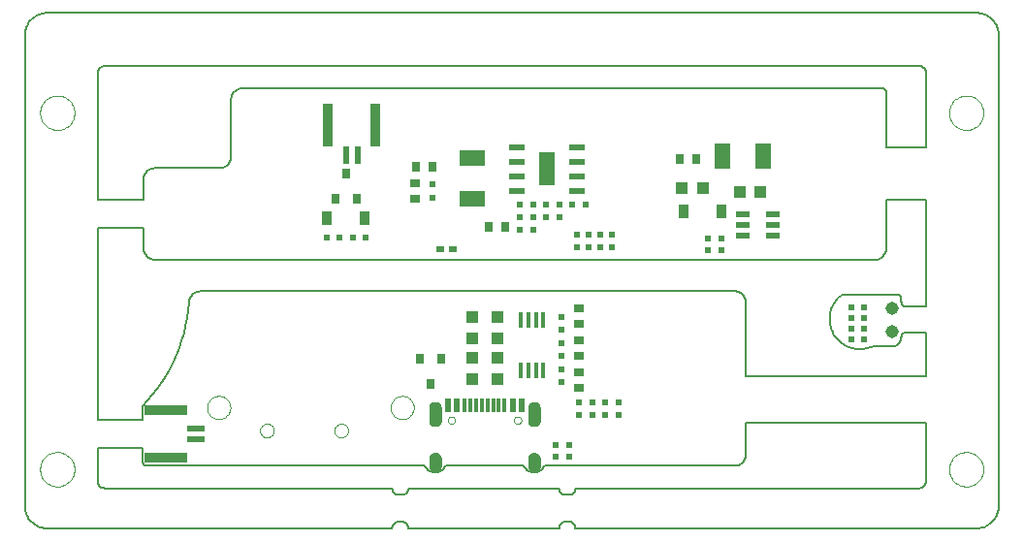
<source format=gtp>
G75*
G70*
%OFA0B0*%
%FSLAX24Y24*%
%IPPOS*%
%LPD*%
%AMOC8*
5,1,8,0,0,1.08239X$1,22.5*
%
%ADD10C,0.0050*%
%ADD11C,0.0000*%
%ADD12R,0.0197X0.0220*%
%ADD13R,0.0220X0.0197*%
%ADD14C,0.0450*%
%ADD15R,0.0236X0.0600*%
%ADD16R,0.0350X0.1450*%
%ADD17R,0.0394X0.0433*%
%ADD18R,0.0250X0.0197*%
%ADD19R,0.0472X0.0217*%
%ADD20R,0.0358X0.0480*%
%ADD21R,0.0551X0.0906*%
%ADD22R,0.0157X0.0551*%
%ADD23R,0.0354X0.0250*%
%ADD24R,0.0433X0.0394*%
%ADD25R,0.0315X0.0354*%
%ADD26R,0.0250X0.0354*%
%ADD27R,0.0551X0.0236*%
%ADD28R,0.0551X0.1181*%
%ADD29R,0.0906X0.0551*%
%ADD30R,0.0600X0.0236*%
%ADD31R,0.1450X0.0350*%
%ADD32R,0.0118X0.0472*%
%ADD33R,0.0236X0.0472*%
%ADD34C,0.0004*%
D10*
X001677Y000927D02*
X013545Y000927D01*
X013545Y000955D01*
X013549Y000983D01*
X013556Y001010D01*
X013567Y001036D01*
X013581Y001060D01*
X013598Y001082D01*
X013618Y001102D01*
X013640Y001119D01*
X013664Y001133D01*
X013690Y001144D01*
X013717Y001151D01*
X013745Y001155D01*
X013895Y001155D01*
X013923Y001151D01*
X013950Y001144D01*
X013976Y001133D01*
X014000Y001119D01*
X014022Y001102D01*
X014042Y001082D01*
X014059Y001060D01*
X014073Y001036D01*
X014084Y001010D01*
X014091Y000983D01*
X014095Y000955D01*
X014095Y000927D01*
X019282Y000927D01*
X019282Y000955D01*
X019286Y000983D01*
X019293Y001010D01*
X019304Y001036D01*
X019318Y001060D01*
X019335Y001082D01*
X019355Y001102D01*
X019377Y001119D01*
X019401Y001133D01*
X019427Y001144D01*
X019454Y001151D01*
X019482Y001155D01*
X019632Y001155D01*
X019632Y001156D02*
X019661Y001152D01*
X019688Y001145D01*
X019714Y001135D01*
X019739Y001121D01*
X019762Y001104D01*
X019782Y001084D01*
X019800Y001062D01*
X019814Y001037D01*
X019826Y001011D01*
X019833Y000984D01*
X019837Y000956D01*
X019838Y000928D01*
X019837Y000927D02*
X033631Y000927D01*
X033630Y000927D02*
X033684Y000929D01*
X033738Y000934D01*
X033791Y000943D01*
X033844Y000956D01*
X033895Y000973D01*
X033945Y000993D01*
X033993Y001017D01*
X034040Y001044D01*
X034085Y001075D01*
X034127Y001108D01*
X034167Y001145D01*
X034204Y001184D01*
X034238Y001226D01*
X034269Y001270D01*
X034297Y001316D01*
X034321Y001364D01*
X034342Y001414D01*
X034360Y001465D01*
X034374Y001517D01*
X034384Y001570D01*
X034390Y001624D01*
X034392Y001677D01*
X034392Y017896D01*
X034392Y017895D02*
X034390Y017949D01*
X034383Y018003D01*
X034373Y018056D01*
X034360Y018108D01*
X034342Y018159D01*
X034321Y018209D01*
X034297Y018257D01*
X034269Y018303D01*
X034237Y018347D01*
X034203Y018388D01*
X034166Y018427D01*
X034126Y018464D01*
X034084Y018497D01*
X034040Y018528D01*
X033993Y018555D01*
X033945Y018578D01*
X033895Y018599D01*
X033843Y018615D01*
X033791Y018628D01*
X033738Y018637D01*
X033684Y018643D01*
X033631Y018644D01*
X001677Y018644D01*
X001624Y018642D01*
X001570Y018637D01*
X001518Y018627D01*
X001466Y018614D01*
X001415Y018597D01*
X001366Y018577D01*
X001318Y018553D01*
X001272Y018526D01*
X001228Y018495D01*
X001186Y018462D01*
X001147Y018425D01*
X001111Y018386D01*
X001077Y018345D01*
X001046Y018301D01*
X001019Y018255D01*
X000995Y018207D01*
X000975Y018158D01*
X000958Y018107D01*
X000944Y018055D01*
X000935Y018003D01*
X000929Y017949D01*
X000927Y017896D01*
X000927Y001677D01*
X000929Y001623D01*
X000935Y001570D01*
X000944Y001518D01*
X000957Y001466D01*
X000974Y001415D01*
X000995Y001365D01*
X001019Y001318D01*
X001046Y001272D01*
X001077Y001228D01*
X001110Y001186D01*
X001147Y001147D01*
X001186Y001110D01*
X001228Y001077D01*
X001272Y001046D01*
X001318Y001019D01*
X001365Y000995D01*
X001415Y000974D01*
X001466Y000957D01*
X001518Y000944D01*
X001570Y000935D01*
X001623Y000929D01*
X001677Y000927D01*
X003677Y002305D02*
X013545Y002305D01*
X013545Y002277D01*
X013549Y002249D01*
X013556Y002222D01*
X013567Y002196D01*
X013581Y002172D01*
X013598Y002150D01*
X013618Y002130D01*
X013640Y002113D01*
X013664Y002099D01*
X013690Y002088D01*
X013717Y002081D01*
X013745Y002077D01*
X013895Y002077D01*
X013923Y002081D01*
X013950Y002088D01*
X013976Y002099D01*
X014000Y002113D01*
X014022Y002130D01*
X014042Y002150D01*
X014059Y002172D01*
X014073Y002196D01*
X014084Y002222D01*
X014091Y002249D01*
X014095Y002277D01*
X014095Y002305D01*
X019282Y002305D01*
X019282Y002277D01*
X019286Y002249D01*
X019293Y002222D01*
X019304Y002196D01*
X019318Y002172D01*
X019335Y002150D01*
X019355Y002130D01*
X019377Y002113D01*
X019401Y002099D01*
X019427Y002088D01*
X019454Y002081D01*
X019482Y002077D01*
X019632Y002077D01*
X019661Y002081D01*
X019688Y002088D01*
X019714Y002098D01*
X019739Y002112D01*
X019762Y002129D01*
X019782Y002149D01*
X019800Y002171D01*
X019814Y002196D01*
X019826Y002222D01*
X019833Y002249D01*
X019837Y002277D01*
X019838Y002305D01*
X019837Y002305D02*
X031642Y002305D01*
X031672Y002307D01*
X031702Y002312D01*
X031731Y002321D01*
X031758Y002334D01*
X031784Y002349D01*
X031808Y002368D01*
X031829Y002389D01*
X031848Y002413D01*
X031863Y002439D01*
X031876Y002466D01*
X031885Y002495D01*
X031890Y002525D01*
X031892Y002555D01*
X031892Y004570D01*
X025710Y004570D01*
X025710Y003477D01*
X025708Y003438D01*
X025702Y003399D01*
X025693Y003361D01*
X025680Y003324D01*
X025663Y003288D01*
X025643Y003255D01*
X025619Y003223D01*
X025593Y003194D01*
X025564Y003168D01*
X025532Y003144D01*
X025499Y003124D01*
X025463Y003107D01*
X025426Y003094D01*
X025388Y003085D01*
X025349Y003079D01*
X025310Y003077D01*
X018790Y003077D01*
X018770Y003043D01*
X018747Y003011D01*
X018721Y002981D01*
X018692Y002954D01*
X018661Y002930D01*
X018628Y002908D01*
X018593Y002890D01*
X018556Y002876D01*
X018518Y002865D01*
X018479Y002857D01*
X018440Y002853D01*
X018400Y002853D01*
X018361Y002857D01*
X018322Y002865D01*
X018284Y002876D01*
X018247Y002890D01*
X018212Y002908D01*
X018179Y002930D01*
X018148Y002954D01*
X018119Y002981D01*
X018093Y003011D01*
X018070Y003043D01*
X018050Y003077D01*
X015390Y003077D01*
X015370Y003043D01*
X015347Y003011D01*
X015321Y002981D01*
X015292Y002954D01*
X015261Y002930D01*
X015228Y002908D01*
X015193Y002890D01*
X015156Y002876D01*
X015118Y002865D01*
X015079Y002857D01*
X015040Y002853D01*
X015000Y002853D01*
X014961Y002857D01*
X014922Y002865D01*
X014884Y002876D01*
X014847Y002890D01*
X014812Y002908D01*
X014779Y002930D01*
X014748Y002954D01*
X014719Y002981D01*
X014693Y003011D01*
X014670Y003043D01*
X014650Y003077D01*
X005110Y003077D01*
X005085Y003082D01*
X005062Y003091D01*
X005039Y003103D01*
X005019Y003118D01*
X005001Y003136D01*
X004986Y003156D01*
X004974Y003178D01*
X004965Y003202D01*
X004960Y003227D01*
X004958Y003252D01*
X004960Y003277D01*
X004960Y003683D01*
X003427Y003683D01*
X003427Y002527D01*
X003431Y002499D01*
X003438Y002471D01*
X003448Y002444D01*
X003461Y002419D01*
X003477Y002396D01*
X003496Y002374D01*
X003517Y002355D01*
X003541Y002339D01*
X003566Y002326D01*
X003593Y002316D01*
X003620Y002309D01*
X003648Y002305D01*
X003677Y002305D01*
X003427Y004671D02*
X004960Y004671D01*
X004960Y005127D01*
X003427Y004671D02*
X003427Y011245D01*
X004994Y011245D01*
X004994Y010564D01*
X004996Y010525D01*
X005002Y010486D01*
X005011Y010448D01*
X005024Y010411D01*
X005041Y010375D01*
X005061Y010342D01*
X005085Y010310D01*
X005111Y010281D01*
X005140Y010255D01*
X005172Y010231D01*
X005205Y010211D01*
X005241Y010194D01*
X005278Y010181D01*
X005316Y010172D01*
X005355Y010166D01*
X005394Y010164D01*
X030138Y010164D01*
X030177Y010166D01*
X030216Y010172D01*
X030254Y010181D01*
X030291Y010194D01*
X030327Y010211D01*
X030360Y010231D01*
X030392Y010255D01*
X030421Y010281D01*
X030447Y010310D01*
X030471Y010342D01*
X030491Y010375D01*
X030508Y010411D01*
X030521Y010448D01*
X030530Y010486D01*
X030536Y010525D01*
X030538Y010564D01*
X030538Y012220D01*
X031892Y012220D01*
X031892Y008560D01*
X031192Y008560D01*
X031169Y008564D01*
X031147Y008571D01*
X031126Y008581D01*
X031107Y008594D01*
X031090Y008610D01*
X031076Y008628D01*
X031064Y008648D01*
X031055Y008669D01*
X031049Y008691D01*
X031046Y008714D01*
X031047Y008737D01*
X031046Y008738D02*
X031046Y008800D01*
X031046Y008823D01*
X031042Y008846D01*
X031036Y008868D01*
X031026Y008889D01*
X031014Y008908D01*
X030999Y008925D01*
X030981Y008940D01*
X030962Y008953D01*
X030941Y008962D01*
X030919Y008968D01*
X030896Y008972D01*
X029019Y008972D01*
X028969Y008934D01*
X028921Y008893D01*
X028876Y008849D01*
X028834Y008803D01*
X028794Y008754D01*
X028758Y008702D01*
X028725Y008649D01*
X028695Y008594D01*
X028668Y008537D01*
X028645Y008478D01*
X028626Y008418D01*
X028610Y008357D01*
X028598Y008296D01*
X028589Y008233D01*
X028585Y008170D01*
X028584Y008108D01*
X028587Y008045D01*
X028594Y007982D01*
X028605Y007920D01*
X028619Y007859D01*
X028637Y007799D01*
X028659Y007740D01*
X028684Y007682D01*
X028713Y007626D01*
X028745Y007572D01*
X028780Y007520D01*
X028818Y007470D01*
X028859Y007422D01*
X028904Y007377D01*
X028950Y007335D01*
X028999Y007296D01*
X029051Y007260D01*
X029104Y007227D01*
X029160Y007197D01*
X029217Y007171D01*
X029275Y007148D01*
X029335Y007129D01*
X029396Y007113D01*
X029458Y007101D01*
X029520Y007093D01*
X029583Y007089D01*
X029646Y007088D01*
X029709Y007092D01*
X029771Y007099D01*
X029833Y007110D01*
X029895Y007124D01*
X029955Y007142D01*
X030014Y007164D01*
X030071Y007190D01*
X030731Y007190D01*
X030764Y007192D01*
X030797Y007198D01*
X030829Y007207D01*
X030860Y007219D01*
X030890Y007234D01*
X030918Y007253D01*
X030943Y007274D01*
X030966Y007298D01*
X030987Y007324D01*
X031005Y007352D01*
X031020Y007382D01*
X031031Y007413D01*
X031040Y007445D01*
X031045Y007478D01*
X031046Y007511D01*
X031047Y007511D02*
X031050Y007534D01*
X031057Y007556D01*
X031067Y007577D01*
X031080Y007597D01*
X031095Y007614D01*
X031113Y007629D01*
X031133Y007641D01*
X031154Y007651D01*
X031177Y007657D01*
X031200Y007660D01*
X031223Y007659D01*
X031223Y007660D02*
X031892Y007660D01*
X031892Y006158D01*
X025710Y006158D01*
X025710Y008677D01*
X025708Y008716D01*
X025702Y008755D01*
X025693Y008793D01*
X025680Y008830D01*
X025663Y008866D01*
X025643Y008899D01*
X025619Y008931D01*
X025593Y008960D01*
X025564Y008986D01*
X025532Y009010D01*
X025499Y009030D01*
X025463Y009047D01*
X025426Y009060D01*
X025388Y009069D01*
X025349Y009075D01*
X025310Y009077D01*
X006960Y009077D01*
X006921Y009075D01*
X006882Y009069D01*
X006844Y009060D01*
X006807Y009047D01*
X006771Y009030D01*
X006738Y009010D01*
X006706Y008986D01*
X006677Y008960D01*
X006651Y008931D01*
X006627Y008899D01*
X006607Y008866D01*
X006590Y008830D01*
X006577Y008793D01*
X006568Y008755D01*
X006562Y008716D01*
X006560Y008677D01*
X006534Y008413D01*
X006496Y008151D01*
X006446Y007891D01*
X006384Y007633D01*
X006310Y007379D01*
X006224Y007129D01*
X006126Y006882D01*
X006017Y006641D01*
X005897Y006404D01*
X005767Y006174D01*
X005625Y005950D01*
X005473Y005733D01*
X005312Y005523D01*
X005141Y005321D01*
X004960Y005127D01*
X004994Y012233D02*
X003427Y012233D01*
X003427Y016586D01*
X003429Y016616D01*
X003434Y016646D01*
X003443Y016675D01*
X003456Y016702D01*
X003471Y016728D01*
X003490Y016752D01*
X003511Y016773D01*
X003535Y016792D01*
X003561Y016807D01*
X003588Y016820D01*
X003617Y016829D01*
X003647Y016834D01*
X003677Y016836D01*
X031642Y016836D01*
X031672Y016834D01*
X031702Y016829D01*
X031731Y016820D01*
X031758Y016807D01*
X031784Y016792D01*
X031808Y016773D01*
X031829Y016752D01*
X031848Y016728D01*
X031863Y016702D01*
X031876Y016675D01*
X031885Y016646D01*
X031890Y016616D01*
X031892Y016586D01*
X031892Y014008D01*
X030538Y014008D01*
X030538Y015914D01*
X030536Y015937D01*
X030531Y015960D01*
X030522Y015982D01*
X030509Y016002D01*
X030494Y016020D01*
X030476Y016035D01*
X030456Y016048D01*
X030434Y016057D01*
X030411Y016062D01*
X030388Y016064D01*
X008410Y016064D01*
X008371Y016062D01*
X008332Y016056D01*
X008294Y016047D01*
X008257Y016034D01*
X008221Y016017D01*
X008188Y015997D01*
X008156Y015973D01*
X008127Y015947D01*
X008101Y015918D01*
X008077Y015886D01*
X008057Y015853D01*
X008040Y015817D01*
X008027Y015780D01*
X008018Y015742D01*
X008012Y015703D01*
X008010Y015664D01*
X008010Y013714D01*
X008008Y013675D01*
X008002Y013636D01*
X007993Y013598D01*
X007980Y013561D01*
X007963Y013525D01*
X007943Y013492D01*
X007919Y013460D01*
X007893Y013431D01*
X007864Y013405D01*
X007832Y013381D01*
X007799Y013361D01*
X007763Y013344D01*
X007726Y013331D01*
X007688Y013322D01*
X007649Y013316D01*
X007610Y013314D01*
X005394Y013314D01*
X005355Y013312D01*
X005316Y013306D01*
X005278Y013297D01*
X005241Y013284D01*
X005205Y013267D01*
X005172Y013247D01*
X005140Y013223D01*
X005111Y013197D01*
X005085Y013168D01*
X005061Y013136D01*
X005041Y013103D01*
X005024Y013067D01*
X005011Y013030D01*
X005002Y012992D01*
X004996Y012953D01*
X004994Y012914D01*
X004994Y012233D01*
D11*
X001440Y015215D02*
X001442Y015263D01*
X001448Y015311D01*
X001458Y015358D01*
X001471Y015404D01*
X001489Y015449D01*
X001509Y015493D01*
X001534Y015535D01*
X001562Y015574D01*
X001592Y015611D01*
X001626Y015645D01*
X001663Y015677D01*
X001701Y015706D01*
X001742Y015731D01*
X001785Y015753D01*
X001830Y015771D01*
X001876Y015785D01*
X001923Y015796D01*
X001971Y015803D01*
X002019Y015806D01*
X002067Y015805D01*
X002115Y015800D01*
X002163Y015791D01*
X002209Y015779D01*
X002254Y015762D01*
X002298Y015742D01*
X002340Y015719D01*
X002380Y015692D01*
X002418Y015662D01*
X002453Y015629D01*
X002485Y015593D01*
X002515Y015555D01*
X002541Y015514D01*
X002563Y015471D01*
X002583Y015427D01*
X002598Y015382D01*
X002610Y015335D01*
X002618Y015287D01*
X002622Y015239D01*
X002622Y015191D01*
X002618Y015143D01*
X002610Y015095D01*
X002598Y015048D01*
X002583Y015003D01*
X002563Y014959D01*
X002541Y014916D01*
X002515Y014875D01*
X002485Y014837D01*
X002453Y014801D01*
X002418Y014768D01*
X002380Y014738D01*
X002340Y014711D01*
X002298Y014688D01*
X002254Y014668D01*
X002209Y014651D01*
X002163Y014639D01*
X002115Y014630D01*
X002067Y014625D01*
X002019Y014624D01*
X001971Y014627D01*
X001923Y014634D01*
X001876Y014645D01*
X001830Y014659D01*
X001785Y014677D01*
X001742Y014699D01*
X001701Y014724D01*
X001663Y014753D01*
X001626Y014785D01*
X001592Y014819D01*
X001562Y014856D01*
X001534Y014895D01*
X001509Y014937D01*
X001489Y014981D01*
X001471Y015026D01*
X001458Y015072D01*
X001448Y015119D01*
X001442Y015167D01*
X001440Y015215D01*
X007182Y005080D02*
X007184Y005120D01*
X007190Y005159D01*
X007200Y005198D01*
X007213Y005235D01*
X007231Y005271D01*
X007252Y005305D01*
X007276Y005337D01*
X007303Y005366D01*
X007333Y005393D01*
X007365Y005416D01*
X007400Y005436D01*
X007436Y005452D01*
X007474Y005465D01*
X007513Y005474D01*
X007552Y005479D01*
X007592Y005480D01*
X007632Y005477D01*
X007671Y005470D01*
X007709Y005459D01*
X007747Y005445D01*
X007782Y005426D01*
X007815Y005405D01*
X007847Y005380D01*
X007875Y005352D01*
X007901Y005322D01*
X007923Y005289D01*
X007942Y005254D01*
X007958Y005217D01*
X007970Y005179D01*
X007978Y005140D01*
X007982Y005100D01*
X007982Y005060D01*
X007978Y005020D01*
X007970Y004981D01*
X007958Y004943D01*
X007942Y004906D01*
X007923Y004871D01*
X007901Y004838D01*
X007875Y004808D01*
X007847Y004780D01*
X007815Y004755D01*
X007782Y004734D01*
X007747Y004715D01*
X007709Y004701D01*
X007671Y004690D01*
X007632Y004683D01*
X007592Y004680D01*
X007552Y004681D01*
X007513Y004686D01*
X007474Y004695D01*
X007436Y004708D01*
X007400Y004724D01*
X007365Y004744D01*
X007333Y004767D01*
X007303Y004794D01*
X007276Y004823D01*
X007252Y004855D01*
X007231Y004889D01*
X007213Y004925D01*
X007200Y004962D01*
X007190Y005001D01*
X007184Y005040D01*
X007182Y005080D01*
X009001Y004288D02*
X009003Y004318D01*
X009009Y004348D01*
X009018Y004377D01*
X009031Y004404D01*
X009048Y004429D01*
X009067Y004452D01*
X009090Y004473D01*
X009115Y004490D01*
X009141Y004504D01*
X009170Y004514D01*
X009199Y004521D01*
X009229Y004524D01*
X009260Y004523D01*
X009290Y004518D01*
X009319Y004509D01*
X009346Y004497D01*
X009372Y004482D01*
X009396Y004463D01*
X009417Y004441D01*
X009435Y004417D01*
X009450Y004390D01*
X009461Y004362D01*
X009469Y004333D01*
X009473Y004303D01*
X009473Y004273D01*
X009469Y004243D01*
X009461Y004214D01*
X009450Y004186D01*
X009435Y004159D01*
X009417Y004135D01*
X009396Y004113D01*
X009372Y004094D01*
X009346Y004079D01*
X009319Y004067D01*
X009290Y004058D01*
X009260Y004053D01*
X009229Y004052D01*
X009199Y004055D01*
X009170Y004062D01*
X009141Y004072D01*
X009115Y004086D01*
X009090Y004103D01*
X009067Y004124D01*
X009048Y004147D01*
X009031Y004172D01*
X009018Y004199D01*
X009009Y004228D01*
X009003Y004258D01*
X009001Y004288D01*
X011560Y004288D02*
X011562Y004318D01*
X011568Y004348D01*
X011577Y004377D01*
X011590Y004404D01*
X011607Y004429D01*
X011626Y004452D01*
X011649Y004473D01*
X011674Y004490D01*
X011700Y004504D01*
X011729Y004514D01*
X011758Y004521D01*
X011788Y004524D01*
X011819Y004523D01*
X011849Y004518D01*
X011878Y004509D01*
X011905Y004497D01*
X011931Y004482D01*
X011955Y004463D01*
X011976Y004441D01*
X011994Y004417D01*
X012009Y004390D01*
X012020Y004362D01*
X012028Y004333D01*
X012032Y004303D01*
X012032Y004273D01*
X012028Y004243D01*
X012020Y004214D01*
X012009Y004186D01*
X011994Y004159D01*
X011976Y004135D01*
X011955Y004113D01*
X011931Y004094D01*
X011905Y004079D01*
X011878Y004067D01*
X011849Y004058D01*
X011819Y004053D01*
X011788Y004052D01*
X011758Y004055D01*
X011729Y004062D01*
X011700Y004072D01*
X011674Y004086D01*
X011649Y004103D01*
X011626Y004124D01*
X011607Y004147D01*
X011590Y004172D01*
X011577Y004199D01*
X011568Y004228D01*
X011562Y004258D01*
X011560Y004288D01*
X013487Y005080D02*
X013489Y005120D01*
X013495Y005159D01*
X013505Y005198D01*
X013518Y005235D01*
X013536Y005271D01*
X013557Y005305D01*
X013581Y005337D01*
X013608Y005366D01*
X013638Y005393D01*
X013670Y005416D01*
X013705Y005436D01*
X013741Y005452D01*
X013779Y005465D01*
X013818Y005474D01*
X013857Y005479D01*
X013897Y005480D01*
X013937Y005477D01*
X013976Y005470D01*
X014014Y005459D01*
X014052Y005445D01*
X014087Y005426D01*
X014120Y005405D01*
X014152Y005380D01*
X014180Y005352D01*
X014206Y005322D01*
X014228Y005289D01*
X014247Y005254D01*
X014263Y005217D01*
X014275Y005179D01*
X014283Y005140D01*
X014287Y005100D01*
X014287Y005060D01*
X014283Y005020D01*
X014275Y004981D01*
X014263Y004943D01*
X014247Y004906D01*
X014228Y004871D01*
X014206Y004838D01*
X014180Y004808D01*
X014152Y004780D01*
X014120Y004755D01*
X014087Y004734D01*
X014052Y004715D01*
X014014Y004701D01*
X013976Y004690D01*
X013937Y004683D01*
X013897Y004680D01*
X013857Y004681D01*
X013818Y004686D01*
X013779Y004695D01*
X013741Y004708D01*
X013705Y004724D01*
X013670Y004744D01*
X013638Y004767D01*
X013608Y004794D01*
X013581Y004823D01*
X013557Y004855D01*
X013536Y004889D01*
X013518Y004925D01*
X013505Y004962D01*
X013495Y005001D01*
X013489Y005040D01*
X013487Y005080D01*
X015454Y004643D02*
X015456Y004665D01*
X015462Y004687D01*
X015471Y004707D01*
X015484Y004725D01*
X015500Y004741D01*
X015518Y004754D01*
X015538Y004763D01*
X015560Y004769D01*
X015582Y004771D01*
X015604Y004769D01*
X015626Y004763D01*
X015646Y004754D01*
X015664Y004741D01*
X015680Y004725D01*
X015693Y004707D01*
X015702Y004687D01*
X015708Y004665D01*
X015710Y004643D01*
X015708Y004621D01*
X015702Y004599D01*
X015693Y004579D01*
X015680Y004561D01*
X015664Y004545D01*
X015646Y004532D01*
X015626Y004523D01*
X015604Y004517D01*
X015582Y004515D01*
X015560Y004517D01*
X015538Y004523D01*
X015518Y004532D01*
X015500Y004545D01*
X015484Y004561D01*
X015471Y004579D01*
X015462Y004599D01*
X015456Y004621D01*
X015454Y004643D01*
X017729Y004643D02*
X017731Y004665D01*
X017737Y004687D01*
X017746Y004707D01*
X017759Y004725D01*
X017775Y004741D01*
X017793Y004754D01*
X017813Y004763D01*
X017835Y004769D01*
X017857Y004771D01*
X017879Y004769D01*
X017901Y004763D01*
X017921Y004754D01*
X017939Y004741D01*
X017955Y004725D01*
X017968Y004707D01*
X017977Y004687D01*
X017983Y004665D01*
X017985Y004643D01*
X017983Y004621D01*
X017977Y004599D01*
X017968Y004579D01*
X017955Y004561D01*
X017939Y004545D01*
X017921Y004532D01*
X017901Y004523D01*
X017879Y004517D01*
X017857Y004515D01*
X017835Y004517D01*
X017813Y004523D01*
X017793Y004532D01*
X017775Y004545D01*
X017759Y004561D01*
X017746Y004579D01*
X017737Y004599D01*
X017731Y004621D01*
X017729Y004643D01*
X032687Y002959D02*
X032689Y003007D01*
X032695Y003055D01*
X032705Y003102D01*
X032718Y003148D01*
X032736Y003193D01*
X032756Y003237D01*
X032781Y003279D01*
X032809Y003318D01*
X032839Y003355D01*
X032873Y003389D01*
X032910Y003421D01*
X032948Y003450D01*
X032989Y003475D01*
X033032Y003497D01*
X033077Y003515D01*
X033123Y003529D01*
X033170Y003540D01*
X033218Y003547D01*
X033266Y003550D01*
X033314Y003549D01*
X033362Y003544D01*
X033410Y003535D01*
X033456Y003523D01*
X033501Y003506D01*
X033545Y003486D01*
X033587Y003463D01*
X033627Y003436D01*
X033665Y003406D01*
X033700Y003373D01*
X033732Y003337D01*
X033762Y003299D01*
X033788Y003258D01*
X033810Y003215D01*
X033830Y003171D01*
X033845Y003126D01*
X033857Y003079D01*
X033865Y003031D01*
X033869Y002983D01*
X033869Y002935D01*
X033865Y002887D01*
X033857Y002839D01*
X033845Y002792D01*
X033830Y002747D01*
X033810Y002703D01*
X033788Y002660D01*
X033762Y002619D01*
X033732Y002581D01*
X033700Y002545D01*
X033665Y002512D01*
X033627Y002482D01*
X033587Y002455D01*
X033545Y002432D01*
X033501Y002412D01*
X033456Y002395D01*
X033410Y002383D01*
X033362Y002374D01*
X033314Y002369D01*
X033266Y002368D01*
X033218Y002371D01*
X033170Y002378D01*
X033123Y002389D01*
X033077Y002403D01*
X033032Y002421D01*
X032989Y002443D01*
X032948Y002468D01*
X032910Y002497D01*
X032873Y002529D01*
X032839Y002563D01*
X032809Y002600D01*
X032781Y002639D01*
X032756Y002681D01*
X032736Y002725D01*
X032718Y002770D01*
X032705Y002816D01*
X032695Y002863D01*
X032689Y002911D01*
X032687Y002959D01*
X032687Y015215D02*
X032689Y015263D01*
X032695Y015311D01*
X032705Y015358D01*
X032718Y015404D01*
X032736Y015449D01*
X032756Y015493D01*
X032781Y015535D01*
X032809Y015574D01*
X032839Y015611D01*
X032873Y015645D01*
X032910Y015677D01*
X032948Y015706D01*
X032989Y015731D01*
X033032Y015753D01*
X033077Y015771D01*
X033123Y015785D01*
X033170Y015796D01*
X033218Y015803D01*
X033266Y015806D01*
X033314Y015805D01*
X033362Y015800D01*
X033410Y015791D01*
X033456Y015779D01*
X033501Y015762D01*
X033545Y015742D01*
X033587Y015719D01*
X033627Y015692D01*
X033665Y015662D01*
X033700Y015629D01*
X033732Y015593D01*
X033762Y015555D01*
X033788Y015514D01*
X033810Y015471D01*
X033830Y015427D01*
X033845Y015382D01*
X033857Y015335D01*
X033865Y015287D01*
X033869Y015239D01*
X033869Y015191D01*
X033865Y015143D01*
X033857Y015095D01*
X033845Y015048D01*
X033830Y015003D01*
X033810Y014959D01*
X033788Y014916D01*
X033762Y014875D01*
X033732Y014837D01*
X033700Y014801D01*
X033665Y014768D01*
X033627Y014738D01*
X033587Y014711D01*
X033545Y014688D01*
X033501Y014668D01*
X033456Y014651D01*
X033410Y014639D01*
X033362Y014630D01*
X033314Y014625D01*
X033266Y014624D01*
X033218Y014627D01*
X033170Y014634D01*
X033123Y014645D01*
X033077Y014659D01*
X033032Y014677D01*
X032989Y014699D01*
X032948Y014724D01*
X032910Y014753D01*
X032873Y014785D01*
X032839Y014819D01*
X032809Y014856D01*
X032781Y014895D01*
X032756Y014937D01*
X032736Y014981D01*
X032718Y015026D01*
X032705Y015072D01*
X032695Y015119D01*
X032689Y015167D01*
X032687Y015215D01*
X001440Y002959D02*
X001442Y003007D01*
X001448Y003055D01*
X001458Y003102D01*
X001471Y003148D01*
X001489Y003193D01*
X001509Y003237D01*
X001534Y003279D01*
X001562Y003318D01*
X001592Y003355D01*
X001626Y003389D01*
X001663Y003421D01*
X001701Y003450D01*
X001742Y003475D01*
X001785Y003497D01*
X001830Y003515D01*
X001876Y003529D01*
X001923Y003540D01*
X001971Y003547D01*
X002019Y003550D01*
X002067Y003549D01*
X002115Y003544D01*
X002163Y003535D01*
X002209Y003523D01*
X002254Y003506D01*
X002298Y003486D01*
X002340Y003463D01*
X002380Y003436D01*
X002418Y003406D01*
X002453Y003373D01*
X002485Y003337D01*
X002515Y003299D01*
X002541Y003258D01*
X002563Y003215D01*
X002583Y003171D01*
X002598Y003126D01*
X002610Y003079D01*
X002618Y003031D01*
X002622Y002983D01*
X002622Y002935D01*
X002618Y002887D01*
X002610Y002839D01*
X002598Y002792D01*
X002583Y002747D01*
X002563Y002703D01*
X002541Y002660D01*
X002515Y002619D01*
X002485Y002581D01*
X002453Y002545D01*
X002418Y002512D01*
X002380Y002482D01*
X002340Y002455D01*
X002298Y002432D01*
X002254Y002412D01*
X002209Y002395D01*
X002163Y002383D01*
X002115Y002374D01*
X002067Y002369D01*
X002019Y002368D01*
X001971Y002371D01*
X001923Y002378D01*
X001876Y002389D01*
X001830Y002403D01*
X001785Y002421D01*
X001742Y002443D01*
X001701Y002468D01*
X001663Y002497D01*
X001626Y002529D01*
X001592Y002563D01*
X001562Y002600D01*
X001534Y002639D01*
X001509Y002681D01*
X001489Y002725D01*
X001471Y002770D01*
X001458Y002816D01*
X001448Y002863D01*
X001442Y002911D01*
X001440Y002959D01*
D12*
X014944Y012305D03*
X014944Y012752D03*
X019884Y011038D03*
X020284Y011038D03*
X020684Y011038D03*
X021084Y011038D03*
X021084Y010592D03*
X020684Y010592D03*
X020284Y010592D03*
X019884Y010592D03*
X019358Y008195D03*
X019358Y007749D03*
X019358Y007295D03*
X019358Y006849D03*
X019358Y006405D03*
X019358Y005958D03*
D13*
X019974Y005249D03*
X020421Y005249D03*
X020421Y004823D03*
X019974Y004823D03*
X020868Y004823D03*
X021315Y004823D03*
X021315Y005249D03*
X020868Y005249D03*
X019624Y003789D03*
X019178Y003789D03*
X019178Y003379D03*
X019624Y003379D03*
X029323Y007432D03*
X029770Y007432D03*
X029770Y007792D03*
X029323Y007792D03*
X029323Y008152D03*
X029770Y008152D03*
X029770Y008512D03*
X029323Y008512D03*
X024859Y010477D03*
X024412Y010477D03*
X024412Y010888D03*
X024859Y010888D03*
X020189Y012047D03*
X019742Y012047D03*
X019289Y012047D03*
X018842Y012047D03*
X018389Y012047D03*
X018389Y011616D03*
X018842Y011616D03*
X019289Y011616D03*
X018389Y011190D03*
X017942Y011190D03*
X017942Y011616D03*
X017942Y012047D03*
X012628Y010927D03*
X012182Y010927D03*
X011728Y010927D03*
X011282Y010927D03*
D14*
X030746Y008502D03*
X030746Y007702D03*
D15*
X012353Y013747D03*
X011959Y013747D03*
D16*
X011347Y014792D03*
X012964Y014792D03*
D17*
X023509Y012627D03*
X024219Y012627D03*
X025493Y012477D03*
X026203Y012477D03*
D18*
X015645Y010512D03*
X015205Y010512D03*
D19*
X025610Y010988D03*
X025610Y011362D03*
X025610Y011736D03*
X026634Y011736D03*
X026634Y011362D03*
X026634Y010988D03*
D20*
X024859Y011827D03*
X023569Y011827D03*
X012600Y011577D03*
X011310Y011577D03*
D21*
X024887Y013712D03*
X026284Y013712D03*
D22*
X018742Y008080D03*
X018486Y008080D03*
X018230Y008080D03*
X017974Y008080D03*
X017974Y006347D03*
X018230Y006347D03*
X018486Y006347D03*
X018742Y006347D03*
D23*
X019970Y006301D03*
X019970Y005754D03*
X019972Y006854D03*
X019972Y007401D03*
X019972Y007954D03*
X019972Y008501D03*
X014341Y012255D03*
X014341Y012802D03*
D24*
X016308Y008177D03*
X017158Y008177D03*
X017158Y007467D03*
X016308Y007467D03*
X016308Y006777D03*
X017158Y006777D03*
X017158Y006067D03*
X016308Y006067D03*
D25*
X015232Y006746D03*
X014484Y006746D03*
X014858Y005889D03*
X012329Y012254D03*
X011581Y012254D03*
X011955Y013110D03*
D26*
X014369Y013355D03*
X014915Y013355D03*
X016872Y011289D03*
X017418Y011289D03*
X023441Y013612D03*
X023988Y013612D03*
D27*
X019909Y013538D03*
X019909Y014038D03*
X019909Y013038D03*
X019909Y012538D03*
X017822Y012538D03*
X017822Y013038D03*
X017822Y013538D03*
X017822Y014038D03*
D28*
X018866Y013288D03*
D29*
X016292Y013660D03*
X016292Y012262D03*
D30*
X006804Y004374D03*
X006804Y003981D03*
D31*
X005760Y003369D03*
X005760Y004986D03*
D32*
X016031Y005143D03*
X016228Y005143D03*
X016424Y005143D03*
X016621Y005143D03*
X016818Y005143D03*
X017015Y005143D03*
X017212Y005143D03*
X017409Y005143D03*
D33*
X017684Y005143D03*
X017989Y005143D03*
X015755Y005143D03*
X015450Y005143D03*
D34*
X015213Y005102D02*
X014824Y005102D01*
X014824Y005100D02*
X015213Y005100D01*
X015214Y005098D02*
X014823Y005098D01*
X014823Y005095D02*
X015214Y005095D01*
X015215Y005093D02*
X014823Y005093D01*
X014823Y005090D02*
X015215Y005090D01*
X015215Y005088D02*
X014822Y005088D01*
X014822Y005086D02*
X014827Y005127D01*
X014840Y005166D01*
X015193Y005166D01*
X015192Y005168D02*
X014842Y005168D01*
X014840Y005166D02*
X014862Y005201D01*
X014892Y005231D01*
X014927Y005253D01*
X014966Y005266D01*
X015007Y005271D01*
X015051Y005269D01*
X015094Y005257D01*
X015132Y005236D01*
X015165Y005206D01*
X015191Y005170D01*
X015208Y005130D01*
X015216Y005086D01*
X015216Y004614D01*
X015207Y004572D01*
X015188Y004534D01*
X015162Y004500D01*
X015129Y004473D01*
X015091Y004455D01*
X015050Y004445D01*
X015007Y004444D01*
X014967Y004447D01*
X014929Y004458D01*
X014895Y004478D01*
X014866Y004505D01*
X014843Y004538D01*
X014828Y004574D01*
X014822Y004614D01*
X014822Y005086D01*
X014822Y005085D02*
X015216Y005085D01*
X015216Y005083D02*
X014822Y005083D01*
X014822Y005080D02*
X015216Y005080D01*
X015216Y005078D02*
X014822Y005078D01*
X014822Y005076D02*
X015216Y005076D01*
X015216Y005073D02*
X014822Y005073D01*
X014822Y005071D02*
X015216Y005071D01*
X015216Y005068D02*
X014822Y005068D01*
X014822Y005066D02*
X015216Y005066D01*
X015216Y005063D02*
X014822Y005063D01*
X014822Y005061D02*
X015216Y005061D01*
X015216Y005059D02*
X014822Y005059D01*
X014822Y005056D02*
X015216Y005056D01*
X015216Y005054D02*
X014822Y005054D01*
X014822Y005051D02*
X015216Y005051D01*
X015216Y005049D02*
X014822Y005049D01*
X014822Y005046D02*
X015216Y005046D01*
X015216Y005044D02*
X014822Y005044D01*
X014822Y005041D02*
X015216Y005041D01*
X015216Y005039D02*
X014822Y005039D01*
X014822Y005037D02*
X015216Y005037D01*
X015216Y005034D02*
X014822Y005034D01*
X014822Y005032D02*
X015216Y005032D01*
X015216Y005029D02*
X014822Y005029D01*
X014822Y005027D02*
X015216Y005027D01*
X015216Y005024D02*
X014822Y005024D01*
X014822Y005022D02*
X015216Y005022D01*
X015216Y005020D02*
X014822Y005020D01*
X014822Y005017D02*
X015216Y005017D01*
X015216Y005015D02*
X014822Y005015D01*
X014822Y005012D02*
X015216Y005012D01*
X015216Y005010D02*
X014822Y005010D01*
X014822Y005007D02*
X015216Y005007D01*
X015216Y005005D02*
X014822Y005005D01*
X014822Y005002D02*
X015216Y005002D01*
X015216Y005000D02*
X014822Y005000D01*
X014822Y004998D02*
X015216Y004998D01*
X015216Y004995D02*
X014822Y004995D01*
X014822Y004993D02*
X015216Y004993D01*
X015216Y004990D02*
X014822Y004990D01*
X014822Y004988D02*
X015216Y004988D01*
X015216Y004985D02*
X014822Y004985D01*
X014822Y004983D02*
X015216Y004983D01*
X015216Y004981D02*
X014822Y004981D01*
X014822Y004978D02*
X015216Y004978D01*
X015216Y004976D02*
X014822Y004976D01*
X014822Y004973D02*
X015216Y004973D01*
X015216Y004971D02*
X014822Y004971D01*
X014822Y004968D02*
X015216Y004968D01*
X015216Y004966D02*
X014822Y004966D01*
X014822Y004963D02*
X015216Y004963D01*
X015216Y004961D02*
X014822Y004961D01*
X014822Y004959D02*
X015216Y004959D01*
X015216Y004956D02*
X014822Y004956D01*
X014822Y004954D02*
X015216Y004954D01*
X015216Y004951D02*
X014822Y004951D01*
X014822Y004949D02*
X015216Y004949D01*
X015216Y004946D02*
X014822Y004946D01*
X014822Y004944D02*
X015216Y004944D01*
X015216Y004942D02*
X014822Y004942D01*
X014822Y004939D02*
X015216Y004939D01*
X015216Y004937D02*
X014822Y004937D01*
X014822Y004934D02*
X015216Y004934D01*
X015216Y004932D02*
X014822Y004932D01*
X014822Y004929D02*
X015216Y004929D01*
X015216Y004927D02*
X014822Y004927D01*
X014822Y004924D02*
X015216Y004924D01*
X015216Y004922D02*
X014822Y004922D01*
X014822Y004920D02*
X015216Y004920D01*
X015216Y004917D02*
X014822Y004917D01*
X014822Y004915D02*
X015216Y004915D01*
X015216Y004912D02*
X014822Y004912D01*
X014822Y004910D02*
X015216Y004910D01*
X015216Y004907D02*
X014822Y004907D01*
X014822Y004905D02*
X015216Y004905D01*
X015216Y004903D02*
X014822Y004903D01*
X014822Y004900D02*
X015216Y004900D01*
X015216Y004898D02*
X014822Y004898D01*
X014822Y004895D02*
X015216Y004895D01*
X015216Y004893D02*
X014822Y004893D01*
X014822Y004890D02*
X015216Y004890D01*
X015216Y004888D02*
X014822Y004888D01*
X014822Y004886D02*
X015216Y004886D01*
X015216Y004883D02*
X014822Y004883D01*
X014822Y004881D02*
X015216Y004881D01*
X015216Y004878D02*
X014822Y004878D01*
X014822Y004876D02*
X015216Y004876D01*
X015216Y004873D02*
X014822Y004873D01*
X014822Y004871D02*
X015216Y004871D01*
X015216Y004868D02*
X014822Y004868D01*
X014822Y004866D02*
X015216Y004866D01*
X015216Y004864D02*
X014822Y004864D01*
X014822Y004861D02*
X015216Y004861D01*
X015216Y004859D02*
X014822Y004859D01*
X014822Y004856D02*
X015216Y004856D01*
X015216Y004854D02*
X014822Y004854D01*
X014822Y004851D02*
X015216Y004851D01*
X015216Y004849D02*
X014822Y004849D01*
X014822Y004847D02*
X015216Y004847D01*
X015216Y004844D02*
X014822Y004844D01*
X014822Y004842D02*
X015216Y004842D01*
X015216Y004839D02*
X014822Y004839D01*
X014822Y004837D02*
X015216Y004837D01*
X015216Y004834D02*
X014822Y004834D01*
X014822Y004832D02*
X015216Y004832D01*
X015216Y004829D02*
X014822Y004829D01*
X014822Y004827D02*
X015216Y004827D01*
X015216Y004825D02*
X014822Y004825D01*
X014822Y004822D02*
X015216Y004822D01*
X015216Y004820D02*
X014822Y004820D01*
X014822Y004817D02*
X015216Y004817D01*
X015216Y004815D02*
X014822Y004815D01*
X014822Y004812D02*
X015216Y004812D01*
X015216Y004810D02*
X014822Y004810D01*
X014822Y004808D02*
X015216Y004808D01*
X015216Y004805D02*
X014822Y004805D01*
X014822Y004803D02*
X015216Y004803D01*
X015216Y004800D02*
X014822Y004800D01*
X014822Y004798D02*
X015216Y004798D01*
X015216Y004795D02*
X014822Y004795D01*
X014822Y004793D02*
X015216Y004793D01*
X015216Y004790D02*
X014822Y004790D01*
X014822Y004788D02*
X015216Y004788D01*
X015216Y004786D02*
X014822Y004786D01*
X014822Y004783D02*
X015216Y004783D01*
X015216Y004781D02*
X014822Y004781D01*
X014822Y004778D02*
X015216Y004778D01*
X015216Y004776D02*
X014822Y004776D01*
X014822Y004773D02*
X015216Y004773D01*
X015216Y004771D02*
X014822Y004771D01*
X014822Y004769D02*
X015216Y004769D01*
X015216Y004766D02*
X014822Y004766D01*
X014822Y004764D02*
X015216Y004764D01*
X015216Y004761D02*
X014822Y004761D01*
X014822Y004759D02*
X015216Y004759D01*
X015216Y004756D02*
X014822Y004756D01*
X014822Y004754D02*
X015216Y004754D01*
X015216Y004751D02*
X014822Y004751D01*
X014822Y004749D02*
X015216Y004749D01*
X015216Y004747D02*
X014822Y004747D01*
X014822Y004744D02*
X015216Y004744D01*
X015216Y004742D02*
X014822Y004742D01*
X014822Y004739D02*
X015216Y004739D01*
X015216Y004737D02*
X014822Y004737D01*
X014822Y004734D02*
X015216Y004734D01*
X015216Y004732D02*
X014822Y004732D01*
X014822Y004730D02*
X015216Y004730D01*
X015216Y004727D02*
X014822Y004727D01*
X014822Y004725D02*
X015216Y004725D01*
X015216Y004722D02*
X014822Y004722D01*
X014822Y004720D02*
X015216Y004720D01*
X015216Y004717D02*
X014822Y004717D01*
X014822Y004715D02*
X015216Y004715D01*
X015216Y004712D02*
X014822Y004712D01*
X014822Y004710D02*
X015216Y004710D01*
X015216Y004708D02*
X014822Y004708D01*
X014822Y004705D02*
X015216Y004705D01*
X015216Y004703D02*
X014822Y004703D01*
X014822Y004700D02*
X015216Y004700D01*
X015216Y004698D02*
X014822Y004698D01*
X014822Y004695D02*
X015216Y004695D01*
X015216Y004693D02*
X014822Y004693D01*
X014822Y004691D02*
X015216Y004691D01*
X015216Y004688D02*
X014822Y004688D01*
X014822Y004686D02*
X015216Y004686D01*
X015216Y004683D02*
X014822Y004683D01*
X014822Y004681D02*
X015216Y004681D01*
X015216Y004678D02*
X014822Y004678D01*
X014822Y004676D02*
X015216Y004676D01*
X015216Y004673D02*
X014822Y004673D01*
X014822Y004671D02*
X015216Y004671D01*
X015216Y004669D02*
X014822Y004669D01*
X014822Y004666D02*
X015216Y004666D01*
X015216Y004664D02*
X014822Y004664D01*
X014822Y004661D02*
X015216Y004661D01*
X015216Y004659D02*
X014822Y004659D01*
X014822Y004656D02*
X015216Y004656D01*
X015216Y004654D02*
X014822Y004654D01*
X014822Y004652D02*
X015216Y004652D01*
X015216Y004649D02*
X014822Y004649D01*
X014822Y004647D02*
X015216Y004647D01*
X015216Y004644D02*
X014822Y004644D01*
X014822Y004642D02*
X015216Y004642D01*
X015216Y004639D02*
X014822Y004639D01*
X014822Y004637D02*
X015216Y004637D01*
X015216Y004634D02*
X014822Y004634D01*
X014822Y004632D02*
X015216Y004632D01*
X015216Y004630D02*
X014822Y004630D01*
X014822Y004627D02*
X015216Y004627D01*
X015216Y004625D02*
X014822Y004625D01*
X014822Y004622D02*
X015216Y004622D01*
X015216Y004620D02*
X014822Y004620D01*
X014822Y004617D02*
X015216Y004617D01*
X015216Y004615D02*
X014822Y004615D01*
X014822Y004613D02*
X015216Y004613D01*
X015215Y004610D02*
X014823Y004610D01*
X014823Y004608D02*
X015214Y004608D01*
X015214Y004605D02*
X014823Y004605D01*
X014824Y004603D02*
X015213Y004603D01*
X015213Y004600D02*
X014824Y004600D01*
X014825Y004598D02*
X015212Y004598D01*
X015212Y004595D02*
X014825Y004595D01*
X014825Y004593D02*
X015211Y004593D01*
X015211Y004591D02*
X014826Y004591D01*
X014826Y004588D02*
X015210Y004588D01*
X015210Y004586D02*
X014826Y004586D01*
X014827Y004583D02*
X015209Y004583D01*
X015209Y004581D02*
X014827Y004581D01*
X014828Y004578D02*
X015208Y004578D01*
X015207Y004576D02*
X014828Y004576D01*
X014829Y004574D02*
X015207Y004574D01*
X015206Y004571D02*
X014830Y004571D01*
X014831Y004569D02*
X015205Y004569D01*
X015204Y004566D02*
X014832Y004566D01*
X014832Y004564D02*
X015203Y004564D01*
X015202Y004561D02*
X014833Y004561D01*
X014834Y004559D02*
X015200Y004559D01*
X015199Y004556D02*
X014835Y004556D01*
X014836Y004554D02*
X015198Y004554D01*
X015197Y004552D02*
X014837Y004552D01*
X014838Y004549D02*
X015196Y004549D01*
X015195Y004547D02*
X014839Y004547D01*
X014840Y004544D02*
X015194Y004544D01*
X015192Y004542D02*
X014841Y004542D01*
X014842Y004539D02*
X015191Y004539D01*
X015190Y004537D02*
X014843Y004537D01*
X014845Y004535D02*
X015189Y004535D01*
X015187Y004532D02*
X014847Y004532D01*
X014848Y004530D02*
X015185Y004530D01*
X015184Y004527D02*
X014850Y004527D01*
X014852Y004525D02*
X015182Y004525D01*
X015180Y004522D02*
X014854Y004522D01*
X014855Y004520D02*
X015178Y004520D01*
X015176Y004517D02*
X014857Y004517D01*
X014859Y004515D02*
X015174Y004515D01*
X015172Y004513D02*
X014860Y004513D01*
X014862Y004510D02*
X015170Y004510D01*
X015168Y004508D02*
X014864Y004508D01*
X014865Y004505D02*
X015166Y004505D01*
X015164Y004503D02*
X014868Y004503D01*
X014870Y004500D02*
X015163Y004500D01*
X015160Y004498D02*
X014873Y004498D01*
X014876Y004496D02*
X015157Y004496D01*
X015154Y004493D02*
X014878Y004493D01*
X014881Y004491D02*
X015151Y004491D01*
X015148Y004488D02*
X014884Y004488D01*
X014886Y004486D02*
X015145Y004486D01*
X015142Y004483D02*
X014889Y004483D01*
X014892Y004481D02*
X015139Y004481D01*
X015136Y004478D02*
X014894Y004478D01*
X014898Y004476D02*
X015133Y004476D01*
X015130Y004474D02*
X014903Y004474D01*
X014907Y004471D02*
X015125Y004471D01*
X015120Y004469D02*
X014911Y004469D01*
X014916Y004466D02*
X015115Y004466D01*
X015110Y004464D02*
X014920Y004464D01*
X014924Y004461D02*
X015105Y004461D01*
X015100Y004459D02*
X014929Y004459D01*
X014936Y004457D02*
X015095Y004457D01*
X015089Y004454D02*
X014944Y004454D01*
X014952Y004452D02*
X015079Y004452D01*
X015069Y004449D02*
X014960Y004449D01*
X014971Y004447D02*
X015059Y004447D01*
X015010Y004444D02*
X015007Y004444D01*
X014824Y005105D02*
X015212Y005105D01*
X015212Y005107D02*
X014824Y005107D01*
X014825Y005110D02*
X015212Y005110D01*
X015211Y005112D02*
X014825Y005112D01*
X014825Y005115D02*
X015211Y005115D01*
X015210Y005117D02*
X014826Y005117D01*
X014826Y005119D02*
X015210Y005119D01*
X015210Y005122D02*
X014826Y005122D01*
X014826Y005124D02*
X015209Y005124D01*
X015209Y005127D02*
X014827Y005127D01*
X014827Y005129D02*
X015208Y005129D01*
X015207Y005132D02*
X014828Y005132D01*
X014829Y005134D02*
X015206Y005134D01*
X015205Y005137D02*
X014830Y005137D01*
X014831Y005139D02*
X015204Y005139D01*
X015203Y005141D02*
X014832Y005141D01*
X014832Y005144D02*
X015202Y005144D01*
X015201Y005146D02*
X014833Y005146D01*
X014834Y005149D02*
X015200Y005149D01*
X015199Y005151D02*
X014835Y005151D01*
X014836Y005154D02*
X015198Y005154D01*
X015197Y005156D02*
X014837Y005156D01*
X014838Y005158D02*
X015196Y005158D01*
X015195Y005161D02*
X014838Y005161D01*
X014839Y005163D02*
X015194Y005163D01*
X015191Y005171D02*
X014843Y005171D01*
X014845Y005173D02*
X015189Y005173D01*
X015187Y005176D02*
X014846Y005176D01*
X014848Y005178D02*
X015186Y005178D01*
X015184Y005180D02*
X014849Y005180D01*
X014851Y005183D02*
X015182Y005183D01*
X015180Y005185D02*
X014852Y005185D01*
X014854Y005188D02*
X015179Y005188D01*
X015177Y005190D02*
X014855Y005190D01*
X014857Y005193D02*
X015175Y005193D01*
X015173Y005195D02*
X014858Y005195D01*
X014860Y005197D02*
X015172Y005197D01*
X015170Y005200D02*
X014861Y005200D01*
X014863Y005202D02*
X015168Y005202D01*
X015166Y005205D02*
X014866Y005205D01*
X014868Y005207D02*
X015164Y005207D01*
X015162Y005210D02*
X014871Y005210D01*
X014873Y005212D02*
X015159Y005212D01*
X015156Y005215D02*
X014876Y005215D01*
X014878Y005217D02*
X015153Y005217D01*
X015151Y005219D02*
X014880Y005219D01*
X014883Y005222D02*
X015148Y005222D01*
X015145Y005224D02*
X014885Y005224D01*
X014888Y005227D02*
X015142Y005227D01*
X015140Y005229D02*
X014890Y005229D01*
X014893Y005232D02*
X015137Y005232D01*
X015134Y005234D02*
X014897Y005234D01*
X014901Y005236D02*
X015131Y005236D01*
X015126Y005239D02*
X014905Y005239D01*
X014909Y005241D02*
X015122Y005241D01*
X015117Y005244D02*
X014912Y005244D01*
X014916Y005246D02*
X015113Y005246D01*
X015108Y005249D02*
X014920Y005249D01*
X014924Y005251D02*
X015104Y005251D01*
X015100Y005254D02*
X014929Y005254D01*
X014936Y005256D02*
X015095Y005256D01*
X015088Y005258D02*
X014943Y005258D01*
X014950Y005261D02*
X015079Y005261D01*
X015071Y005263D02*
X014957Y005263D01*
X014964Y005266D02*
X015062Y005266D01*
X015053Y005268D02*
X014981Y005268D01*
X015003Y005271D02*
X015017Y005271D01*
X015027Y003519D02*
X015070Y003513D01*
X014977Y003513D01*
X014982Y003515D02*
X015027Y003519D01*
X015034Y003518D02*
X015017Y003518D01*
X014990Y003516D02*
X015052Y003516D01*
X015070Y003513D02*
X015110Y003498D01*
X015146Y003475D01*
X015176Y003443D01*
X015198Y003406D01*
X014843Y003406D01*
X014843Y003409D02*
X015197Y003409D01*
X015196Y003411D02*
X014845Y003411D01*
X014844Y003409D02*
X014868Y003447D01*
X014901Y003478D01*
X014939Y003501D01*
X014982Y003515D01*
X014970Y003511D02*
X015076Y003511D01*
X015083Y003508D02*
X014962Y003508D01*
X014955Y003506D02*
X015089Y003506D01*
X015096Y003504D02*
X014947Y003504D01*
X014940Y003501D02*
X015103Y003501D01*
X015109Y003499D02*
X014936Y003499D01*
X014931Y003496D02*
X015113Y003496D01*
X015117Y003494D02*
X014927Y003494D01*
X014923Y003491D02*
X015121Y003491D01*
X015124Y003489D02*
X014919Y003489D01*
X014915Y003487D02*
X015128Y003487D01*
X015132Y003484D02*
X014911Y003484D01*
X014907Y003482D02*
X015135Y003482D01*
X015139Y003479D02*
X014903Y003479D01*
X014900Y003477D02*
X015143Y003477D01*
X015146Y003474D02*
X014897Y003474D01*
X014895Y003472D02*
X015149Y003472D01*
X015151Y003469D02*
X014892Y003469D01*
X014890Y003467D02*
X015153Y003467D01*
X015156Y003465D02*
X014887Y003465D01*
X014884Y003462D02*
X015158Y003462D01*
X015160Y003460D02*
X014882Y003460D01*
X014879Y003457D02*
X015163Y003457D01*
X015165Y003455D02*
X014877Y003455D01*
X014874Y003452D02*
X015168Y003452D01*
X015170Y003450D02*
X014872Y003450D01*
X014869Y003448D02*
X015172Y003448D01*
X015175Y003445D02*
X014867Y003445D01*
X014866Y003443D02*
X015177Y003443D01*
X015178Y003440D02*
X014864Y003440D01*
X014863Y003438D02*
X015180Y003438D01*
X015181Y003435D02*
X014861Y003435D01*
X014859Y003433D02*
X015182Y003433D01*
X015184Y003430D02*
X014858Y003430D01*
X014856Y003428D02*
X015185Y003428D01*
X015187Y003426D02*
X014855Y003426D01*
X014853Y003423D02*
X015188Y003423D01*
X015190Y003421D02*
X014851Y003421D01*
X014850Y003418D02*
X015191Y003418D01*
X015193Y003416D02*
X014848Y003416D01*
X014847Y003413D02*
X015194Y003413D01*
X015198Y003406D02*
X015212Y003365D01*
X015216Y003322D01*
X015216Y003086D01*
X015212Y003043D01*
X015198Y003002D01*
X015176Y002965D01*
X015146Y002934D01*
X015110Y002910D01*
X015070Y002895D01*
X015027Y002889D01*
X014982Y002893D01*
X014939Y002907D01*
X014901Y002931D01*
X014868Y002962D01*
X014844Y002999D01*
X015197Y002999D01*
X015198Y003002D02*
X014843Y003002D01*
X014842Y003004D02*
X015199Y003004D01*
X015200Y003006D02*
X014841Y003006D01*
X014840Y003009D02*
X015201Y003009D01*
X015201Y003011D02*
X014839Y003011D01*
X014838Y003014D02*
X015202Y003014D01*
X015203Y003016D02*
X014837Y003016D01*
X014836Y003019D02*
X015204Y003019D01*
X015205Y003021D02*
X014836Y003021D01*
X014835Y003023D02*
X015205Y003023D01*
X015206Y003026D02*
X014834Y003026D01*
X014833Y003028D02*
X015207Y003028D01*
X015208Y003031D02*
X014832Y003031D01*
X014831Y003033D02*
X015209Y003033D01*
X015209Y003036D02*
X014830Y003036D01*
X014829Y003038D02*
X015210Y003038D01*
X015211Y003041D02*
X014828Y003041D01*
X014822Y003086D01*
X014822Y003322D01*
X014828Y003367D01*
X015211Y003367D01*
X015212Y003365D02*
X014828Y003365D01*
X014828Y003367D02*
X014844Y003409D01*
X014842Y003404D02*
X015199Y003404D01*
X015200Y003401D02*
X014841Y003401D01*
X014840Y003399D02*
X015201Y003399D01*
X015202Y003396D02*
X014839Y003396D01*
X014838Y003394D02*
X015202Y003394D01*
X015203Y003391D02*
X014837Y003391D01*
X014836Y003389D02*
X015204Y003389D01*
X015205Y003387D02*
X014835Y003387D01*
X014834Y003384D02*
X015206Y003384D01*
X015206Y003382D02*
X014833Y003382D01*
X014833Y003379D02*
X015207Y003379D01*
X015208Y003377D02*
X014832Y003377D01*
X014831Y003374D02*
X015209Y003374D01*
X015210Y003372D02*
X014830Y003372D01*
X014829Y003370D02*
X015210Y003370D01*
X015212Y003362D02*
X014827Y003362D01*
X014827Y003360D02*
X015212Y003360D01*
X015213Y003357D02*
X014827Y003357D01*
X014826Y003355D02*
X015213Y003355D01*
X015213Y003352D02*
X014826Y003352D01*
X014826Y003350D02*
X015213Y003350D01*
X015213Y003348D02*
X014825Y003348D01*
X014825Y003345D02*
X015214Y003345D01*
X015214Y003343D02*
X014825Y003343D01*
X014824Y003340D02*
X015214Y003340D01*
X015214Y003338D02*
X014824Y003338D01*
X014824Y003335D02*
X015215Y003335D01*
X015215Y003333D02*
X014823Y003333D01*
X014823Y003331D02*
X015215Y003331D01*
X015215Y003328D02*
X014823Y003328D01*
X014822Y003326D02*
X015215Y003326D01*
X015216Y003323D02*
X014822Y003323D01*
X014822Y003321D02*
X015216Y003321D01*
X015216Y003318D02*
X014822Y003318D01*
X014822Y003316D02*
X015216Y003316D01*
X015216Y003313D02*
X014822Y003313D01*
X014822Y003311D02*
X015216Y003311D01*
X015216Y003309D02*
X014822Y003309D01*
X014822Y003306D02*
X015216Y003306D01*
X015216Y003304D02*
X014822Y003304D01*
X014822Y003301D02*
X015216Y003301D01*
X015216Y003299D02*
X014822Y003299D01*
X014822Y003296D02*
X015216Y003296D01*
X015216Y003294D02*
X014822Y003294D01*
X014822Y003292D02*
X015216Y003292D01*
X015216Y003289D02*
X014822Y003289D01*
X014822Y003287D02*
X015216Y003287D01*
X015216Y003284D02*
X014822Y003284D01*
X014822Y003282D02*
X015216Y003282D01*
X015216Y003279D02*
X014822Y003279D01*
X014822Y003277D02*
X015216Y003277D01*
X015216Y003274D02*
X014822Y003274D01*
X014822Y003272D02*
X015216Y003272D01*
X015216Y003270D02*
X014822Y003270D01*
X014822Y003267D02*
X015216Y003267D01*
X015216Y003265D02*
X014822Y003265D01*
X014822Y003262D02*
X015216Y003262D01*
X015216Y003260D02*
X014822Y003260D01*
X014822Y003257D02*
X015216Y003257D01*
X015216Y003255D02*
X014822Y003255D01*
X014822Y003253D02*
X015216Y003253D01*
X015216Y003250D02*
X014822Y003250D01*
X014822Y003248D02*
X015216Y003248D01*
X015216Y003245D02*
X014822Y003245D01*
X014822Y003243D02*
X015216Y003243D01*
X015216Y003240D02*
X014822Y003240D01*
X014822Y003238D02*
X015216Y003238D01*
X015216Y003235D02*
X014822Y003235D01*
X014822Y003233D02*
X015216Y003233D01*
X015216Y003231D02*
X014822Y003231D01*
X014822Y003228D02*
X015216Y003228D01*
X015216Y003226D02*
X014822Y003226D01*
X014822Y003223D02*
X015216Y003223D01*
X015216Y003221D02*
X014822Y003221D01*
X014822Y003218D02*
X015216Y003218D01*
X015216Y003216D02*
X014822Y003216D01*
X014822Y003214D02*
X015216Y003214D01*
X015216Y003211D02*
X014822Y003211D01*
X014822Y003209D02*
X015216Y003209D01*
X015216Y003206D02*
X014822Y003206D01*
X014822Y003204D02*
X015216Y003204D01*
X015216Y003201D02*
X014822Y003201D01*
X014822Y003199D02*
X015216Y003199D01*
X015216Y003196D02*
X014822Y003196D01*
X014822Y003194D02*
X015216Y003194D01*
X015216Y003192D02*
X014822Y003192D01*
X014822Y003189D02*
X015216Y003189D01*
X015216Y003187D02*
X014822Y003187D01*
X014822Y003184D02*
X015216Y003184D01*
X015216Y003182D02*
X014822Y003182D01*
X014822Y003179D02*
X015216Y003179D01*
X015216Y003177D02*
X014822Y003177D01*
X014822Y003175D02*
X015216Y003175D01*
X015216Y003172D02*
X014822Y003172D01*
X014822Y003170D02*
X015216Y003170D01*
X015216Y003167D02*
X014822Y003167D01*
X014822Y003165D02*
X015216Y003165D01*
X015216Y003162D02*
X014822Y003162D01*
X014822Y003160D02*
X015216Y003160D01*
X015216Y003157D02*
X014822Y003157D01*
X014822Y003155D02*
X015216Y003155D01*
X015216Y003153D02*
X014822Y003153D01*
X014822Y003150D02*
X015216Y003150D01*
X015216Y003148D02*
X014822Y003148D01*
X014822Y003145D02*
X015216Y003145D01*
X015216Y003143D02*
X014822Y003143D01*
X014822Y003140D02*
X015216Y003140D01*
X015216Y003138D02*
X014822Y003138D01*
X014822Y003136D02*
X015216Y003136D01*
X015216Y003133D02*
X014822Y003133D01*
X014822Y003131D02*
X015216Y003131D01*
X015216Y003128D02*
X014822Y003128D01*
X014822Y003126D02*
X015216Y003126D01*
X015216Y003123D02*
X014822Y003123D01*
X014822Y003121D02*
X015216Y003121D01*
X015216Y003118D02*
X014822Y003118D01*
X014822Y003116D02*
X015216Y003116D01*
X015216Y003114D02*
X014822Y003114D01*
X014822Y003111D02*
X015216Y003111D01*
X015216Y003109D02*
X014822Y003109D01*
X014822Y003106D02*
X015216Y003106D01*
X015216Y003104D02*
X014822Y003104D01*
X014822Y003101D02*
X015216Y003101D01*
X015216Y003099D02*
X014822Y003099D01*
X014822Y003097D02*
X015216Y003097D01*
X015216Y003094D02*
X014822Y003094D01*
X014822Y003092D02*
X015216Y003092D01*
X015216Y003089D02*
X014822Y003089D01*
X014822Y003087D02*
X015216Y003087D01*
X015216Y003084D02*
X014822Y003084D01*
X014823Y003082D02*
X015215Y003082D01*
X015215Y003079D02*
X014823Y003079D01*
X014823Y003077D02*
X015215Y003077D01*
X015215Y003075D02*
X014824Y003075D01*
X014824Y003072D02*
X015214Y003072D01*
X015214Y003070D02*
X014824Y003070D01*
X014825Y003067D02*
X015214Y003067D01*
X015214Y003065D02*
X014825Y003065D01*
X014825Y003062D02*
X015214Y003062D01*
X015213Y003060D02*
X014826Y003060D01*
X014826Y003058D02*
X015213Y003058D01*
X015213Y003055D02*
X014826Y003055D01*
X014826Y003053D02*
X015213Y003053D01*
X015212Y003050D02*
X014827Y003050D01*
X014827Y003048D02*
X015212Y003048D01*
X015212Y003045D02*
X014827Y003045D01*
X014828Y003043D02*
X015212Y003043D01*
X015195Y002997D02*
X014845Y002997D01*
X014844Y002999D02*
X014828Y003041D01*
X014847Y002994D02*
X015194Y002994D01*
X015192Y002992D02*
X014849Y002992D01*
X014850Y002989D02*
X015191Y002989D01*
X015189Y002987D02*
X014852Y002987D01*
X014853Y002984D02*
X015188Y002984D01*
X015186Y002982D02*
X014855Y002982D01*
X014857Y002980D02*
X015185Y002980D01*
X015183Y002977D02*
X014858Y002977D01*
X014860Y002975D02*
X015182Y002975D01*
X015181Y002972D02*
X014861Y002972D01*
X014863Y002970D02*
X015179Y002970D01*
X015178Y002967D02*
X014865Y002967D01*
X014866Y002965D02*
X015176Y002965D01*
X015174Y002963D02*
X014868Y002963D01*
X014870Y002960D02*
X015171Y002960D01*
X015169Y002958D02*
X014873Y002958D01*
X014875Y002955D02*
X015167Y002955D01*
X015164Y002953D02*
X014878Y002953D01*
X014880Y002950D02*
X015162Y002950D01*
X015160Y002948D02*
X014883Y002948D01*
X014885Y002945D02*
X015157Y002945D01*
X015155Y002943D02*
X014888Y002943D01*
X014890Y002941D02*
X015153Y002941D01*
X015150Y002938D02*
X014893Y002938D01*
X014895Y002936D02*
X015148Y002936D01*
X015145Y002933D02*
X014898Y002933D01*
X014900Y002931D02*
X015142Y002931D01*
X015138Y002928D02*
X014904Y002928D01*
X014908Y002926D02*
X015134Y002926D01*
X015131Y002924D02*
X014912Y002924D01*
X014917Y002921D02*
X015127Y002921D01*
X015123Y002919D02*
X014921Y002919D01*
X014925Y002916D02*
X015119Y002916D01*
X015116Y002914D02*
X014929Y002914D01*
X014933Y002911D02*
X015112Y002911D01*
X015107Y002909D02*
X014937Y002909D01*
X014942Y002906D02*
X015101Y002906D01*
X015094Y002904D02*
X014950Y002904D01*
X014957Y002902D02*
X015087Y002902D01*
X015081Y002899D02*
X014964Y002899D01*
X014972Y002897D02*
X015074Y002897D01*
X015065Y002894D02*
X014979Y002894D01*
X014999Y002892D02*
X015046Y002892D01*
X015028Y002889D02*
X015025Y002889D01*
X018224Y003066D02*
X018232Y003024D01*
X018250Y002984D01*
X018276Y002950D01*
X018309Y002921D01*
X018530Y002921D01*
X018526Y002919D02*
X018314Y002919D01*
X018319Y002916D02*
X018523Y002916D01*
X018519Y002914D02*
X018323Y002914D01*
X018328Y002911D02*
X018516Y002911D01*
X018515Y002911D02*
X018475Y002895D01*
X018432Y002889D01*
X018389Y002891D01*
X018347Y002901D01*
X018309Y002921D01*
X018306Y002924D02*
X018534Y002924D01*
X018537Y002926D02*
X018303Y002926D01*
X018300Y002928D02*
X018541Y002928D01*
X018545Y002931D02*
X018298Y002931D01*
X018295Y002933D02*
X018548Y002933D01*
X018550Y002935D02*
X018515Y002911D01*
X018510Y002909D02*
X018333Y002909D01*
X018337Y002906D02*
X018504Y002906D01*
X018497Y002904D02*
X018342Y002904D01*
X018347Y002902D02*
X018491Y002902D01*
X018485Y002899D02*
X018356Y002899D01*
X018365Y002897D02*
X018478Y002897D01*
X018467Y002894D02*
X018375Y002894D01*
X018384Y002892D02*
X018450Y002892D01*
X018434Y002889D02*
X018426Y002889D01*
X018550Y002935D02*
X018579Y002966D01*
X018601Y003003D01*
X018614Y003043D01*
X018228Y003043D01*
X018228Y003045D02*
X018614Y003045D01*
X018614Y003043D02*
X018617Y003086D01*
X018617Y003322D01*
X018611Y003367D01*
X018231Y003367D01*
X018230Y003365D02*
X018612Y003365D01*
X018611Y003367D02*
X018596Y003409D01*
X018571Y003447D01*
X018539Y003478D01*
X018500Y003501D01*
X018457Y003515D01*
X018413Y003519D01*
X018368Y003511D01*
X018326Y003493D01*
X018289Y003466D01*
X018259Y003432D01*
X018238Y003392D01*
X018226Y003348D01*
X018224Y003303D01*
X018224Y003066D01*
X018224Y003065D02*
X018616Y003065D01*
X018616Y003067D02*
X018224Y003067D01*
X018224Y003070D02*
X018616Y003070D01*
X018616Y003072D02*
X018224Y003072D01*
X018224Y003075D02*
X018616Y003075D01*
X018617Y003077D02*
X018224Y003077D01*
X018224Y003079D02*
X018617Y003079D01*
X018617Y003082D02*
X018224Y003082D01*
X018224Y003084D02*
X018617Y003084D01*
X018617Y003087D02*
X018224Y003087D01*
X018224Y003089D02*
X018617Y003089D01*
X018617Y003092D02*
X018224Y003092D01*
X018224Y003094D02*
X018617Y003094D01*
X018617Y003097D02*
X018224Y003097D01*
X018224Y003099D02*
X018617Y003099D01*
X018617Y003101D02*
X018224Y003101D01*
X018224Y003104D02*
X018617Y003104D01*
X018617Y003106D02*
X018224Y003106D01*
X018224Y003109D02*
X018617Y003109D01*
X018617Y003111D02*
X018224Y003111D01*
X018224Y003114D02*
X018617Y003114D01*
X018617Y003116D02*
X018224Y003116D01*
X018224Y003118D02*
X018617Y003118D01*
X018617Y003121D02*
X018224Y003121D01*
X018224Y003123D02*
X018617Y003123D01*
X018617Y003126D02*
X018224Y003126D01*
X018224Y003128D02*
X018617Y003128D01*
X018617Y003131D02*
X018224Y003131D01*
X018224Y003133D02*
X018617Y003133D01*
X018617Y003136D02*
X018224Y003136D01*
X018224Y003138D02*
X018617Y003138D01*
X018617Y003140D02*
X018224Y003140D01*
X018224Y003143D02*
X018617Y003143D01*
X018617Y003145D02*
X018224Y003145D01*
X018224Y003148D02*
X018617Y003148D01*
X018617Y003150D02*
X018224Y003150D01*
X018224Y003153D02*
X018617Y003153D01*
X018617Y003155D02*
X018224Y003155D01*
X018224Y003157D02*
X018617Y003157D01*
X018617Y003160D02*
X018224Y003160D01*
X018224Y003162D02*
X018617Y003162D01*
X018617Y003165D02*
X018224Y003165D01*
X018224Y003167D02*
X018617Y003167D01*
X018617Y003170D02*
X018224Y003170D01*
X018224Y003172D02*
X018617Y003172D01*
X018617Y003175D02*
X018224Y003175D01*
X018224Y003177D02*
X018617Y003177D01*
X018617Y003179D02*
X018224Y003179D01*
X018224Y003182D02*
X018617Y003182D01*
X018617Y003184D02*
X018224Y003184D01*
X018224Y003187D02*
X018617Y003187D01*
X018617Y003189D02*
X018224Y003189D01*
X018224Y003192D02*
X018617Y003192D01*
X018617Y003194D02*
X018224Y003194D01*
X018224Y003196D02*
X018617Y003196D01*
X018617Y003199D02*
X018224Y003199D01*
X018224Y003201D02*
X018617Y003201D01*
X018617Y003204D02*
X018224Y003204D01*
X018224Y003206D02*
X018617Y003206D01*
X018617Y003209D02*
X018224Y003209D01*
X018224Y003211D02*
X018617Y003211D01*
X018617Y003214D02*
X018224Y003214D01*
X018224Y003216D02*
X018617Y003216D01*
X018617Y003218D02*
X018224Y003218D01*
X018224Y003221D02*
X018617Y003221D01*
X018617Y003223D02*
X018224Y003223D01*
X018224Y003226D02*
X018617Y003226D01*
X018617Y003228D02*
X018224Y003228D01*
X018224Y003231D02*
X018617Y003231D01*
X018617Y003233D02*
X018224Y003233D01*
X018224Y003235D02*
X018617Y003235D01*
X018617Y003238D02*
X018224Y003238D01*
X018224Y003240D02*
X018617Y003240D01*
X018617Y003243D02*
X018224Y003243D01*
X018224Y003245D02*
X018617Y003245D01*
X018617Y003248D02*
X018224Y003248D01*
X018224Y003250D02*
X018617Y003250D01*
X018617Y003253D02*
X018224Y003253D01*
X018224Y003255D02*
X018617Y003255D01*
X018617Y003257D02*
X018224Y003257D01*
X018224Y003260D02*
X018617Y003260D01*
X018617Y003262D02*
X018224Y003262D01*
X018224Y003265D02*
X018617Y003265D01*
X018617Y003267D02*
X018224Y003267D01*
X018224Y003270D02*
X018617Y003270D01*
X018617Y003272D02*
X018224Y003272D01*
X018224Y003274D02*
X018617Y003274D01*
X018617Y003277D02*
X018224Y003277D01*
X018224Y003279D02*
X018617Y003279D01*
X018617Y003282D02*
X018224Y003282D01*
X018224Y003284D02*
X018617Y003284D01*
X018617Y003287D02*
X018224Y003287D01*
X018224Y003289D02*
X018617Y003289D01*
X018617Y003292D02*
X018224Y003292D01*
X018224Y003294D02*
X018617Y003294D01*
X018617Y003296D02*
X018224Y003296D01*
X018224Y003299D02*
X018617Y003299D01*
X018617Y003301D02*
X018224Y003301D01*
X018224Y003304D02*
X018617Y003304D01*
X018617Y003306D02*
X018224Y003306D01*
X018224Y003309D02*
X018617Y003309D01*
X018617Y003311D02*
X018224Y003311D01*
X018224Y003313D02*
X018617Y003313D01*
X018617Y003316D02*
X018224Y003316D01*
X018224Y003318D02*
X018617Y003318D01*
X018617Y003321D02*
X018224Y003321D01*
X018225Y003323D02*
X018617Y003323D01*
X018617Y003326D02*
X018225Y003326D01*
X018225Y003328D02*
X018617Y003328D01*
X018616Y003331D02*
X018225Y003331D01*
X018225Y003333D02*
X018616Y003333D01*
X018616Y003335D02*
X018225Y003335D01*
X018225Y003338D02*
X018615Y003338D01*
X018615Y003340D02*
X018225Y003340D01*
X018225Y003343D02*
X018615Y003343D01*
X018614Y003345D02*
X018226Y003345D01*
X018226Y003348D02*
X018614Y003348D01*
X018614Y003350D02*
X018226Y003350D01*
X018227Y003352D02*
X018613Y003352D01*
X018613Y003355D02*
X018228Y003355D01*
X018228Y003357D02*
X018613Y003357D01*
X018612Y003360D02*
X018229Y003360D01*
X018230Y003362D02*
X018612Y003362D01*
X018610Y003370D02*
X018232Y003370D01*
X018232Y003372D02*
X018610Y003372D01*
X018609Y003374D02*
X018233Y003374D01*
X018234Y003377D02*
X018608Y003377D01*
X018607Y003379D02*
X018234Y003379D01*
X018235Y003382D02*
X018606Y003382D01*
X018605Y003384D02*
X018236Y003384D01*
X018236Y003387D02*
X018604Y003387D01*
X018603Y003389D02*
X018237Y003389D01*
X018238Y003391D02*
X018602Y003391D01*
X018601Y003394D02*
X018239Y003394D01*
X018240Y003396D02*
X018600Y003396D01*
X018600Y003399D02*
X018241Y003399D01*
X018243Y003401D02*
X018599Y003401D01*
X018598Y003404D02*
X018244Y003404D01*
X018245Y003406D02*
X018597Y003406D01*
X018596Y003409D02*
X018247Y003409D01*
X018248Y003411D02*
X018594Y003411D01*
X018593Y003413D02*
X018249Y003413D01*
X018251Y003416D02*
X018591Y003416D01*
X018590Y003418D02*
X018252Y003418D01*
X018253Y003421D02*
X018588Y003421D01*
X018586Y003423D02*
X018254Y003423D01*
X018256Y003426D02*
X018585Y003426D01*
X018583Y003428D02*
X018257Y003428D01*
X018258Y003430D02*
X018582Y003430D01*
X018580Y003433D02*
X018260Y003433D01*
X018262Y003435D02*
X018578Y003435D01*
X018577Y003438D02*
X018264Y003438D01*
X018266Y003440D02*
X018575Y003440D01*
X018574Y003443D02*
X018269Y003443D01*
X018271Y003445D02*
X018572Y003445D01*
X018570Y003448D02*
X018273Y003448D01*
X018275Y003450D02*
X018568Y003450D01*
X018565Y003452D02*
X018277Y003452D01*
X018279Y003455D02*
X018563Y003455D01*
X018560Y003457D02*
X018281Y003457D01*
X018283Y003460D02*
X018557Y003460D01*
X018555Y003462D02*
X018286Y003462D01*
X018288Y003465D02*
X018552Y003465D01*
X018550Y003467D02*
X018290Y003467D01*
X018294Y003469D02*
X018547Y003469D01*
X018545Y003472D02*
X018297Y003472D01*
X018300Y003474D02*
X018542Y003474D01*
X018540Y003477D02*
X018304Y003477D01*
X018307Y003479D02*
X018536Y003479D01*
X018532Y003482D02*
X018310Y003482D01*
X018314Y003484D02*
X018528Y003484D01*
X018524Y003487D02*
X018317Y003487D01*
X018320Y003489D02*
X018520Y003489D01*
X018516Y003491D02*
X018324Y003491D01*
X018328Y003494D02*
X018512Y003494D01*
X018508Y003496D02*
X018333Y003496D01*
X018339Y003499D02*
X018504Y003499D01*
X018500Y003501D02*
X018345Y003501D01*
X018351Y003504D02*
X018492Y003504D01*
X018485Y003506D02*
X018356Y003506D01*
X018362Y003508D02*
X018477Y003508D01*
X018470Y003511D02*
X018368Y003511D01*
X018381Y003513D02*
X018462Y003513D01*
X018449Y003516D02*
X018394Y003516D01*
X018407Y003518D02*
X018423Y003518D01*
X018615Y003062D02*
X018224Y003062D01*
X018225Y003060D02*
X018615Y003060D01*
X018615Y003058D02*
X018225Y003058D01*
X018226Y003055D02*
X018615Y003055D01*
X018615Y003053D02*
X018226Y003053D01*
X018227Y003050D02*
X018614Y003050D01*
X018614Y003048D02*
X018227Y003048D01*
X018229Y003041D02*
X018613Y003041D01*
X018612Y003038D02*
X018229Y003038D01*
X018230Y003036D02*
X018611Y003036D01*
X018611Y003033D02*
X018230Y003033D01*
X018231Y003031D02*
X018610Y003031D01*
X018609Y003028D02*
X018231Y003028D01*
X018232Y003026D02*
X018608Y003026D01*
X018608Y003023D02*
X018232Y003023D01*
X018233Y003021D02*
X018607Y003021D01*
X018606Y003019D02*
X018234Y003019D01*
X018235Y003016D02*
X018605Y003016D01*
X018604Y003014D02*
X018236Y003014D01*
X018238Y003011D02*
X018604Y003011D01*
X018603Y003009D02*
X018239Y003009D01*
X018240Y003006D02*
X018602Y003006D01*
X018601Y003004D02*
X018241Y003004D01*
X018242Y003002D02*
X018600Y003002D01*
X018599Y002999D02*
X018243Y002999D01*
X018244Y002997D02*
X018597Y002997D01*
X018596Y002994D02*
X018245Y002994D01*
X018246Y002992D02*
X018595Y002992D01*
X018593Y002989D02*
X018247Y002989D01*
X018248Y002987D02*
X018592Y002987D01*
X018590Y002984D02*
X018249Y002984D01*
X018251Y002982D02*
X018589Y002982D01*
X018587Y002980D02*
X018253Y002980D01*
X018255Y002977D02*
X018586Y002977D01*
X018585Y002975D02*
X018257Y002975D01*
X018259Y002972D02*
X018583Y002972D01*
X018582Y002970D02*
X018260Y002970D01*
X018262Y002967D02*
X018580Y002967D01*
X018579Y002965D02*
X018264Y002965D01*
X018266Y002963D02*
X018576Y002963D01*
X018574Y002960D02*
X018268Y002960D01*
X018269Y002958D02*
X018572Y002958D01*
X018569Y002955D02*
X018271Y002955D01*
X018273Y002953D02*
X018567Y002953D01*
X018565Y002950D02*
X018275Y002950D01*
X018277Y002948D02*
X018563Y002948D01*
X018560Y002945D02*
X018280Y002945D01*
X018283Y002943D02*
X018558Y002943D01*
X018556Y002941D02*
X018286Y002941D01*
X018289Y002938D02*
X018553Y002938D01*
X018551Y002936D02*
X018292Y002936D01*
X018374Y004444D02*
X018337Y004453D01*
X018303Y004469D01*
X018273Y004493D01*
X018249Y004522D01*
X018582Y004522D01*
X018580Y004520D02*
X018251Y004520D01*
X018253Y004517D02*
X018578Y004517D01*
X018576Y004515D02*
X018255Y004515D01*
X018257Y004513D02*
X018574Y004513D01*
X018573Y004510D02*
X018259Y004510D01*
X018261Y004508D02*
X018571Y004508D01*
X018569Y004505D02*
X018263Y004505D01*
X018265Y004503D02*
X018567Y004503D01*
X018565Y004501D02*
X018591Y004534D01*
X018609Y004572D01*
X018617Y004614D01*
X018617Y005086D01*
X018610Y005129D01*
X018594Y005170D01*
X018569Y005205D01*
X018275Y005205D01*
X018277Y005207D02*
X018567Y005207D01*
X018569Y005205D02*
X018536Y005235D01*
X018498Y005256D01*
X018456Y005268D01*
X018413Y005271D01*
X018369Y005264D01*
X018328Y005248D01*
X018292Y005223D01*
X018262Y005191D01*
X018240Y005153D01*
X018227Y005110D01*
X018613Y005110D01*
X018613Y005112D02*
X018227Y005112D01*
X018227Y005110D02*
X018224Y005066D01*
X018617Y005066D01*
X018617Y005068D02*
X018224Y005068D01*
X018224Y005066D02*
X018224Y004594D01*
X018232Y004557D01*
X018249Y004522D01*
X018248Y004525D02*
X018584Y004525D01*
X018586Y004527D02*
X018247Y004527D01*
X018245Y004530D02*
X018588Y004530D01*
X018589Y004532D02*
X018244Y004532D01*
X018243Y004535D02*
X018591Y004535D01*
X018592Y004537D02*
X018242Y004537D01*
X018241Y004539D02*
X018593Y004539D01*
X018595Y004542D02*
X018239Y004542D01*
X018238Y004544D02*
X018596Y004544D01*
X018597Y004547D02*
X018237Y004547D01*
X018236Y004549D02*
X018598Y004549D01*
X018599Y004552D02*
X018235Y004552D01*
X018234Y004554D02*
X018600Y004554D01*
X018601Y004556D02*
X018232Y004556D01*
X018232Y004559D02*
X018602Y004559D01*
X018604Y004561D02*
X018231Y004561D01*
X018231Y004564D02*
X018605Y004564D01*
X018606Y004566D02*
X018230Y004566D01*
X018229Y004569D02*
X018607Y004569D01*
X018608Y004571D02*
X018229Y004571D01*
X018228Y004574D02*
X018609Y004574D01*
X018609Y004576D02*
X018228Y004576D01*
X018227Y004578D02*
X018610Y004578D01*
X018610Y004581D02*
X018227Y004581D01*
X018226Y004583D02*
X018611Y004583D01*
X018611Y004586D02*
X018226Y004586D01*
X018225Y004588D02*
X018612Y004588D01*
X018612Y004591D02*
X018224Y004591D01*
X018224Y004593D02*
X018613Y004593D01*
X018614Y004595D02*
X018224Y004595D01*
X018224Y004598D02*
X018614Y004598D01*
X018615Y004600D02*
X018224Y004600D01*
X018224Y004603D02*
X018615Y004603D01*
X018616Y004605D02*
X018224Y004605D01*
X018224Y004608D02*
X018616Y004608D01*
X018617Y004610D02*
X018224Y004610D01*
X018224Y004613D02*
X018617Y004613D01*
X018617Y004615D02*
X018224Y004615D01*
X018224Y004617D02*
X018617Y004617D01*
X018617Y004620D02*
X018224Y004620D01*
X018224Y004622D02*
X018617Y004622D01*
X018617Y004625D02*
X018224Y004625D01*
X018224Y004627D02*
X018617Y004627D01*
X018617Y004630D02*
X018224Y004630D01*
X018224Y004632D02*
X018617Y004632D01*
X018617Y004634D02*
X018224Y004634D01*
X018224Y004637D02*
X018617Y004637D01*
X018617Y004639D02*
X018224Y004639D01*
X018224Y004642D02*
X018617Y004642D01*
X018617Y004644D02*
X018224Y004644D01*
X018224Y004647D02*
X018617Y004647D01*
X018617Y004649D02*
X018224Y004649D01*
X018224Y004652D02*
X018617Y004652D01*
X018617Y004654D02*
X018224Y004654D01*
X018224Y004656D02*
X018617Y004656D01*
X018617Y004659D02*
X018224Y004659D01*
X018224Y004661D02*
X018617Y004661D01*
X018617Y004664D02*
X018224Y004664D01*
X018224Y004666D02*
X018617Y004666D01*
X018617Y004669D02*
X018224Y004669D01*
X018224Y004671D02*
X018617Y004671D01*
X018617Y004673D02*
X018224Y004673D01*
X018224Y004676D02*
X018617Y004676D01*
X018617Y004678D02*
X018224Y004678D01*
X018224Y004681D02*
X018617Y004681D01*
X018617Y004683D02*
X018224Y004683D01*
X018224Y004686D02*
X018617Y004686D01*
X018617Y004688D02*
X018224Y004688D01*
X018224Y004691D02*
X018617Y004691D01*
X018617Y004693D02*
X018224Y004693D01*
X018224Y004695D02*
X018617Y004695D01*
X018617Y004698D02*
X018224Y004698D01*
X018224Y004700D02*
X018617Y004700D01*
X018617Y004703D02*
X018224Y004703D01*
X018224Y004705D02*
X018617Y004705D01*
X018617Y004708D02*
X018224Y004708D01*
X018224Y004710D02*
X018617Y004710D01*
X018617Y004712D02*
X018224Y004712D01*
X018224Y004715D02*
X018617Y004715D01*
X018617Y004717D02*
X018224Y004717D01*
X018224Y004720D02*
X018617Y004720D01*
X018617Y004722D02*
X018224Y004722D01*
X018224Y004725D02*
X018617Y004725D01*
X018617Y004727D02*
X018224Y004727D01*
X018224Y004730D02*
X018617Y004730D01*
X018617Y004732D02*
X018224Y004732D01*
X018224Y004734D02*
X018617Y004734D01*
X018617Y004737D02*
X018224Y004737D01*
X018224Y004739D02*
X018617Y004739D01*
X018617Y004742D02*
X018224Y004742D01*
X018224Y004744D02*
X018617Y004744D01*
X018617Y004747D02*
X018224Y004747D01*
X018224Y004749D02*
X018617Y004749D01*
X018617Y004751D02*
X018224Y004751D01*
X018224Y004754D02*
X018617Y004754D01*
X018617Y004756D02*
X018224Y004756D01*
X018224Y004759D02*
X018617Y004759D01*
X018617Y004761D02*
X018224Y004761D01*
X018224Y004764D02*
X018617Y004764D01*
X018617Y004766D02*
X018224Y004766D01*
X018224Y004769D02*
X018617Y004769D01*
X018617Y004771D02*
X018224Y004771D01*
X018224Y004773D02*
X018617Y004773D01*
X018617Y004776D02*
X018224Y004776D01*
X018224Y004778D02*
X018617Y004778D01*
X018617Y004781D02*
X018224Y004781D01*
X018224Y004783D02*
X018617Y004783D01*
X018617Y004786D02*
X018224Y004786D01*
X018224Y004788D02*
X018617Y004788D01*
X018617Y004790D02*
X018224Y004790D01*
X018224Y004793D02*
X018617Y004793D01*
X018617Y004795D02*
X018224Y004795D01*
X018224Y004798D02*
X018617Y004798D01*
X018617Y004800D02*
X018224Y004800D01*
X018224Y004803D02*
X018617Y004803D01*
X018617Y004805D02*
X018224Y004805D01*
X018224Y004808D02*
X018617Y004808D01*
X018617Y004810D02*
X018224Y004810D01*
X018224Y004812D02*
X018617Y004812D01*
X018617Y004815D02*
X018224Y004815D01*
X018224Y004817D02*
X018617Y004817D01*
X018617Y004820D02*
X018224Y004820D01*
X018224Y004822D02*
X018617Y004822D01*
X018617Y004825D02*
X018224Y004825D01*
X018224Y004827D02*
X018617Y004827D01*
X018617Y004829D02*
X018224Y004829D01*
X018224Y004832D02*
X018617Y004832D01*
X018617Y004834D02*
X018224Y004834D01*
X018224Y004837D02*
X018617Y004837D01*
X018617Y004839D02*
X018224Y004839D01*
X018224Y004842D02*
X018617Y004842D01*
X018617Y004844D02*
X018224Y004844D01*
X018224Y004847D02*
X018617Y004847D01*
X018617Y004849D02*
X018224Y004849D01*
X018224Y004851D02*
X018617Y004851D01*
X018617Y004854D02*
X018224Y004854D01*
X018224Y004856D02*
X018617Y004856D01*
X018617Y004859D02*
X018224Y004859D01*
X018224Y004861D02*
X018617Y004861D01*
X018617Y004864D02*
X018224Y004864D01*
X018224Y004866D02*
X018617Y004866D01*
X018617Y004868D02*
X018224Y004868D01*
X018224Y004871D02*
X018617Y004871D01*
X018617Y004873D02*
X018224Y004873D01*
X018224Y004876D02*
X018617Y004876D01*
X018617Y004878D02*
X018224Y004878D01*
X018224Y004881D02*
X018617Y004881D01*
X018617Y004883D02*
X018224Y004883D01*
X018224Y004886D02*
X018617Y004886D01*
X018617Y004888D02*
X018224Y004888D01*
X018224Y004890D02*
X018617Y004890D01*
X018617Y004893D02*
X018224Y004893D01*
X018224Y004895D02*
X018617Y004895D01*
X018617Y004898D02*
X018224Y004898D01*
X018224Y004900D02*
X018617Y004900D01*
X018617Y004903D02*
X018224Y004903D01*
X018224Y004905D02*
X018617Y004905D01*
X018617Y004907D02*
X018224Y004907D01*
X018224Y004910D02*
X018617Y004910D01*
X018617Y004912D02*
X018224Y004912D01*
X018224Y004915D02*
X018617Y004915D01*
X018617Y004917D02*
X018224Y004917D01*
X018224Y004920D02*
X018617Y004920D01*
X018617Y004922D02*
X018224Y004922D01*
X018224Y004924D02*
X018617Y004924D01*
X018617Y004927D02*
X018224Y004927D01*
X018224Y004929D02*
X018617Y004929D01*
X018617Y004932D02*
X018224Y004932D01*
X018224Y004934D02*
X018617Y004934D01*
X018617Y004937D02*
X018224Y004937D01*
X018224Y004939D02*
X018617Y004939D01*
X018617Y004942D02*
X018224Y004942D01*
X018224Y004944D02*
X018617Y004944D01*
X018617Y004946D02*
X018224Y004946D01*
X018224Y004949D02*
X018617Y004949D01*
X018617Y004951D02*
X018224Y004951D01*
X018224Y004954D02*
X018617Y004954D01*
X018617Y004956D02*
X018224Y004956D01*
X018224Y004959D02*
X018617Y004959D01*
X018617Y004961D02*
X018224Y004961D01*
X018224Y004963D02*
X018617Y004963D01*
X018617Y004966D02*
X018224Y004966D01*
X018224Y004968D02*
X018617Y004968D01*
X018617Y004971D02*
X018224Y004971D01*
X018224Y004973D02*
X018617Y004973D01*
X018617Y004976D02*
X018224Y004976D01*
X018224Y004978D02*
X018617Y004978D01*
X018617Y004981D02*
X018224Y004981D01*
X018224Y004983D02*
X018617Y004983D01*
X018617Y004985D02*
X018224Y004985D01*
X018224Y004988D02*
X018617Y004988D01*
X018617Y004990D02*
X018224Y004990D01*
X018224Y004993D02*
X018617Y004993D01*
X018617Y004995D02*
X018224Y004995D01*
X018224Y004998D02*
X018617Y004998D01*
X018617Y005000D02*
X018224Y005000D01*
X018224Y005002D02*
X018617Y005002D01*
X018617Y005005D02*
X018224Y005005D01*
X018224Y005007D02*
X018617Y005007D01*
X018617Y005010D02*
X018224Y005010D01*
X018224Y005012D02*
X018617Y005012D01*
X018617Y005015D02*
X018224Y005015D01*
X018224Y005017D02*
X018617Y005017D01*
X018617Y005020D02*
X018224Y005020D01*
X018224Y005022D02*
X018617Y005022D01*
X018617Y005024D02*
X018224Y005024D01*
X018224Y005027D02*
X018617Y005027D01*
X018617Y005029D02*
X018224Y005029D01*
X018224Y005032D02*
X018617Y005032D01*
X018617Y005034D02*
X018224Y005034D01*
X018224Y005037D02*
X018617Y005037D01*
X018617Y005039D02*
X018224Y005039D01*
X018224Y005041D02*
X018617Y005041D01*
X018617Y005044D02*
X018224Y005044D01*
X018224Y005046D02*
X018617Y005046D01*
X018617Y005049D02*
X018224Y005049D01*
X018224Y005051D02*
X018617Y005051D01*
X018617Y005054D02*
X018224Y005054D01*
X018224Y005056D02*
X018617Y005056D01*
X018617Y005059D02*
X018224Y005059D01*
X018224Y005061D02*
X018617Y005061D01*
X018617Y005063D02*
X018224Y005063D01*
X018224Y005071D02*
X018617Y005071D01*
X018617Y005073D02*
X018224Y005073D01*
X018224Y005076D02*
X018617Y005076D01*
X018617Y005078D02*
X018224Y005078D01*
X018225Y005080D02*
X018617Y005080D01*
X018617Y005083D02*
X018225Y005083D01*
X018225Y005085D02*
X018617Y005085D01*
X018617Y005088D02*
X018225Y005088D01*
X018225Y005090D02*
X018617Y005090D01*
X018616Y005093D02*
X018226Y005093D01*
X018226Y005095D02*
X018616Y005095D01*
X018615Y005098D02*
X018226Y005098D01*
X018226Y005100D02*
X018615Y005100D01*
X018615Y005102D02*
X018226Y005102D01*
X018226Y005105D02*
X018614Y005105D01*
X018614Y005107D02*
X018227Y005107D01*
X018228Y005115D02*
X018613Y005115D01*
X018612Y005117D02*
X018229Y005117D01*
X018230Y005119D02*
X018612Y005119D01*
X018611Y005122D02*
X018230Y005122D01*
X018231Y005124D02*
X018611Y005124D01*
X018611Y005127D02*
X018232Y005127D01*
X018233Y005129D02*
X018610Y005129D01*
X018609Y005132D02*
X018233Y005132D01*
X018234Y005134D02*
X018608Y005134D01*
X018607Y005137D02*
X018235Y005137D01*
X018236Y005139D02*
X018606Y005139D01*
X018605Y005141D02*
X018236Y005141D01*
X018237Y005144D02*
X018604Y005144D01*
X018603Y005146D02*
X018238Y005146D01*
X018239Y005149D02*
X018602Y005149D01*
X018601Y005151D02*
X018239Y005151D01*
X018240Y005154D02*
X018600Y005154D01*
X018599Y005156D02*
X018242Y005156D01*
X018243Y005158D02*
X018598Y005158D01*
X018597Y005161D02*
X018244Y005161D01*
X018246Y005163D02*
X018596Y005163D01*
X018595Y005166D02*
X018247Y005166D01*
X018249Y005168D02*
X018594Y005168D01*
X018593Y005171D02*
X018250Y005171D01*
X018251Y005173D02*
X018591Y005173D01*
X018590Y005176D02*
X018253Y005176D01*
X018254Y005178D02*
X018588Y005178D01*
X018586Y005180D02*
X018256Y005180D01*
X018257Y005183D02*
X018584Y005183D01*
X018583Y005185D02*
X018258Y005185D01*
X018260Y005188D02*
X018581Y005188D01*
X018579Y005190D02*
X018261Y005190D01*
X018263Y005193D02*
X018578Y005193D01*
X018576Y005195D02*
X018266Y005195D01*
X018268Y005197D02*
X018574Y005197D01*
X018573Y005200D02*
X018270Y005200D01*
X018272Y005202D02*
X018571Y005202D01*
X018564Y005210D02*
X018279Y005210D01*
X018281Y005212D02*
X018561Y005212D01*
X018559Y005215D02*
X018284Y005215D01*
X018286Y005217D02*
X018556Y005217D01*
X018553Y005219D02*
X018288Y005219D01*
X018290Y005222D02*
X018551Y005222D01*
X018548Y005224D02*
X018293Y005224D01*
X018297Y005227D02*
X018545Y005227D01*
X018542Y005229D02*
X018300Y005229D01*
X018304Y005232D02*
X018540Y005232D01*
X018537Y005234D02*
X018307Y005234D01*
X018311Y005236D02*
X018533Y005236D01*
X018529Y005239D02*
X018314Y005239D01*
X018318Y005241D02*
X018524Y005241D01*
X018520Y005244D02*
X018322Y005244D01*
X018325Y005246D02*
X018516Y005246D01*
X018511Y005249D02*
X018329Y005249D01*
X018335Y005251D02*
X018507Y005251D01*
X018503Y005254D02*
X018341Y005254D01*
X018348Y005256D02*
X018498Y005256D01*
X018490Y005258D02*
X018354Y005258D01*
X018360Y005261D02*
X018482Y005261D01*
X018474Y005263D02*
X018366Y005263D01*
X018377Y005266D02*
X018465Y005266D01*
X018457Y005268D02*
X018393Y005268D01*
X018409Y005271D02*
X018421Y005271D01*
X018565Y004501D02*
X018533Y004474D01*
X018495Y004455D01*
X018455Y004445D01*
X018413Y004444D01*
X018374Y004444D01*
X018414Y004444D01*
X018462Y004447D02*
X018363Y004447D01*
X018352Y004449D02*
X018471Y004449D01*
X018481Y004452D02*
X018341Y004452D01*
X018334Y004454D02*
X018491Y004454D01*
X018498Y004457D02*
X018329Y004457D01*
X018324Y004459D02*
X018503Y004459D01*
X018508Y004461D02*
X018319Y004461D01*
X018314Y004464D02*
X018513Y004464D01*
X018518Y004466D02*
X018308Y004466D01*
X018303Y004469D02*
X018522Y004469D01*
X018527Y004471D02*
X018300Y004471D01*
X018297Y004474D02*
X018532Y004474D01*
X018535Y004476D02*
X018294Y004476D01*
X018291Y004478D02*
X018538Y004478D01*
X018541Y004481D02*
X018288Y004481D01*
X018285Y004483D02*
X018544Y004483D01*
X018547Y004486D02*
X018282Y004486D01*
X018278Y004488D02*
X018550Y004488D01*
X018553Y004491D02*
X018275Y004491D01*
X018272Y004493D02*
X018556Y004493D01*
X018559Y004496D02*
X018271Y004496D01*
X018269Y004498D02*
X018562Y004498D01*
X018565Y004500D02*
X018267Y004500D01*
M02*

</source>
